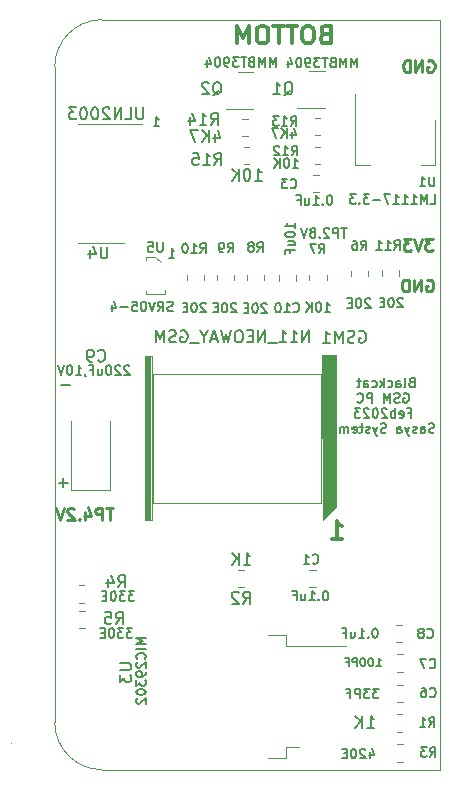
<source format=gbr>
G04 #@! TF.GenerationSoftware,KiCad,Pcbnew,(6.0.7)*
G04 #@! TF.CreationDate,2023-02-15T16:43:35+05:30*
G04 #@! TF.ProjectId,POWER CARD,504f5745-5220-4434-9152-442e6b696361,rev?*
G04 #@! TF.SameCoordinates,Original*
G04 #@! TF.FileFunction,Legend,Bot*
G04 #@! TF.FilePolarity,Positive*
%FSLAX46Y46*%
G04 Gerber Fmt 4.6, Leading zero omitted, Abs format (unit mm)*
G04 Created by KiCad (PCBNEW (6.0.7)) date 2023-02-15 16:43:35*
%MOMM*%
%LPD*%
G01*
G04 APERTURE LIST*
%ADD10C,0.200000*%
G04 #@! TA.AperFunction,Profile*
%ADD11C,0.100000*%
G04 #@! TD*
%ADD12C,0.300000*%
%ADD13C,0.250000*%
%ADD14C,0.150000*%
%ADD15C,0.120000*%
G04 APERTURE END LIST*
D10*
X95254470Y-84499638D02*
X95711613Y-84499638D01*
X95483042Y-84499638D02*
X95483042Y-83699638D01*
X95559232Y-83813924D01*
X95635422Y-83890114D01*
X95711613Y-83928210D01*
D11*
X85582966Y-123837734D02*
G75*
G03*
X89583042Y-127837734I4000034J34D01*
G01*
X85583042Y-68337734D02*
X85583042Y-123837734D01*
X118166574Y-127837734D02*
X118166574Y-64337734D01*
X89583042Y-127837734D02*
X118166574Y-127837734D01*
X118166574Y-64337734D02*
X89583042Y-64337734D01*
X89583042Y-64337732D02*
G75*
G03*
X85583042Y-68337734I-2J-3999998D01*
G01*
X81906894Y-125643083D02*
G75*
G03*
X81906894Y-125643083I-1J0D01*
G01*
D12*
X108457327Y-65570591D02*
X108243042Y-65642019D01*
X108171613Y-65713448D01*
X108100184Y-65856305D01*
X108100184Y-66070591D01*
X108171613Y-66213448D01*
X108243042Y-66284876D01*
X108385899Y-66356305D01*
X108957327Y-66356305D01*
X108957327Y-64856305D01*
X108457327Y-64856305D01*
X108314470Y-64927734D01*
X108243042Y-64999162D01*
X108171613Y-65142019D01*
X108171613Y-65284876D01*
X108243042Y-65427734D01*
X108314470Y-65499162D01*
X108457327Y-65570591D01*
X108957327Y-65570591D01*
X107171613Y-64856305D02*
X106885899Y-64856305D01*
X106743042Y-64927734D01*
X106600184Y-65070591D01*
X106528756Y-65356305D01*
X106528756Y-65856305D01*
X106600184Y-66142019D01*
X106743042Y-66284876D01*
X106885899Y-66356305D01*
X107171613Y-66356305D01*
X107314470Y-66284876D01*
X107457327Y-66142019D01*
X107528756Y-65856305D01*
X107528756Y-65356305D01*
X107457327Y-65070591D01*
X107314470Y-64927734D01*
X107171613Y-64856305D01*
X106100184Y-64856305D02*
X105243042Y-64856305D01*
X105671613Y-66356305D02*
X105671613Y-64856305D01*
X104957327Y-64856305D02*
X104100184Y-64856305D01*
X104528756Y-66356305D02*
X104528756Y-64856305D01*
X103314470Y-64856305D02*
X103028756Y-64856305D01*
X102885899Y-64927734D01*
X102743042Y-65070591D01*
X102671613Y-65356305D01*
X102671613Y-65856305D01*
X102743042Y-66142019D01*
X102885899Y-66284876D01*
X103028756Y-66356305D01*
X103314470Y-66356305D01*
X103457327Y-66284876D01*
X103600184Y-66142019D01*
X103671613Y-65856305D01*
X103671613Y-65356305D01*
X103600184Y-65070591D01*
X103457327Y-64927734D01*
X103314470Y-64856305D01*
X102028756Y-66356305D02*
X102028756Y-64856305D01*
X101528756Y-65927734D01*
X101028756Y-64856305D01*
X101028756Y-66356305D01*
D10*
X115802089Y-95048591D02*
X115687803Y-95086686D01*
X115649708Y-95124781D01*
X115611613Y-95200972D01*
X115611613Y-95315257D01*
X115649708Y-95391448D01*
X115687803Y-95429543D01*
X115763994Y-95467638D01*
X116068756Y-95467638D01*
X116068756Y-94667638D01*
X115802089Y-94667638D01*
X115725899Y-94705734D01*
X115687803Y-94743829D01*
X115649708Y-94820019D01*
X115649708Y-94896210D01*
X115687803Y-94972400D01*
X115725899Y-95010495D01*
X115802089Y-95048591D01*
X116068756Y-95048591D01*
X115154470Y-95467638D02*
X115230661Y-95429543D01*
X115268756Y-95353353D01*
X115268756Y-94667638D01*
X114506851Y-95467638D02*
X114506851Y-95048591D01*
X114544946Y-94972400D01*
X114621137Y-94934305D01*
X114773518Y-94934305D01*
X114849708Y-94972400D01*
X114506851Y-95429543D02*
X114583042Y-95467638D01*
X114773518Y-95467638D01*
X114849708Y-95429543D01*
X114887803Y-95353353D01*
X114887803Y-95277162D01*
X114849708Y-95200972D01*
X114773518Y-95162876D01*
X114583042Y-95162876D01*
X114506851Y-95124781D01*
X113783042Y-95429543D02*
X113859232Y-95467638D01*
X114011613Y-95467638D01*
X114087803Y-95429543D01*
X114125899Y-95391448D01*
X114163994Y-95315257D01*
X114163994Y-95086686D01*
X114125899Y-95010495D01*
X114087803Y-94972400D01*
X114011613Y-94934305D01*
X113859232Y-94934305D01*
X113783042Y-94972400D01*
X113440184Y-95467638D02*
X113440184Y-94667638D01*
X113363994Y-95162876D02*
X113135422Y-95467638D01*
X113135422Y-94934305D02*
X113440184Y-95239067D01*
X112449708Y-95429543D02*
X112525899Y-95467638D01*
X112678280Y-95467638D01*
X112754470Y-95429543D01*
X112792565Y-95391448D01*
X112830661Y-95315257D01*
X112830661Y-95086686D01*
X112792565Y-95010495D01*
X112754470Y-94972400D01*
X112678280Y-94934305D01*
X112525899Y-94934305D01*
X112449708Y-94972400D01*
X111763994Y-95467638D02*
X111763994Y-95048591D01*
X111802089Y-94972400D01*
X111878280Y-94934305D01*
X112030661Y-94934305D01*
X112106851Y-94972400D01*
X111763994Y-95429543D02*
X111840184Y-95467638D01*
X112030661Y-95467638D01*
X112106851Y-95429543D01*
X112144946Y-95353353D01*
X112144946Y-95277162D01*
X112106851Y-95200972D01*
X112030661Y-95162876D01*
X111840184Y-95162876D01*
X111763994Y-95124781D01*
X111497327Y-94934305D02*
X111192565Y-94934305D01*
X111383042Y-94667638D02*
X111383042Y-95353353D01*
X111344946Y-95429543D01*
X111268756Y-95467638D01*
X111192565Y-95467638D01*
X115116375Y-95993734D02*
X115192565Y-95955638D01*
X115306851Y-95955638D01*
X115421137Y-95993734D01*
X115497327Y-96069924D01*
X115535422Y-96146114D01*
X115573518Y-96298495D01*
X115573518Y-96412781D01*
X115535422Y-96565162D01*
X115497327Y-96641353D01*
X115421137Y-96717543D01*
X115306851Y-96755638D01*
X115230661Y-96755638D01*
X115116375Y-96717543D01*
X115078280Y-96679448D01*
X115078280Y-96412781D01*
X115230661Y-96412781D01*
X114773518Y-96717543D02*
X114659232Y-96755638D01*
X114468756Y-96755638D01*
X114392565Y-96717543D01*
X114354470Y-96679448D01*
X114316375Y-96603257D01*
X114316375Y-96527067D01*
X114354470Y-96450876D01*
X114392565Y-96412781D01*
X114468756Y-96374686D01*
X114621137Y-96336591D01*
X114697327Y-96298495D01*
X114735422Y-96260400D01*
X114773518Y-96184210D01*
X114773518Y-96108019D01*
X114735422Y-96031829D01*
X114697327Y-95993734D01*
X114621137Y-95955638D01*
X114430661Y-95955638D01*
X114316375Y-95993734D01*
X113973518Y-96755638D02*
X113973518Y-95955638D01*
X113706851Y-96527067D01*
X113440184Y-95955638D01*
X113440184Y-96755638D01*
X112449708Y-96755638D02*
X112449708Y-95955638D01*
X112144946Y-95955638D01*
X112068756Y-95993734D01*
X112030661Y-96031829D01*
X111992565Y-96108019D01*
X111992565Y-96222305D01*
X112030661Y-96298495D01*
X112068756Y-96336591D01*
X112144946Y-96374686D01*
X112449708Y-96374686D01*
X111192565Y-96679448D02*
X111230661Y-96717543D01*
X111344946Y-96755638D01*
X111421137Y-96755638D01*
X111535422Y-96717543D01*
X111611613Y-96641353D01*
X111649708Y-96565162D01*
X111687803Y-96412781D01*
X111687803Y-96298495D01*
X111649708Y-96146114D01*
X111611613Y-96069924D01*
X111535422Y-95993734D01*
X111421137Y-95955638D01*
X111344946Y-95955638D01*
X111230661Y-95993734D01*
X111192565Y-96031829D01*
X115497327Y-97624591D02*
X115763994Y-97624591D01*
X115763994Y-98043638D02*
X115763994Y-97243638D01*
X115383042Y-97243638D01*
X114773518Y-98005543D02*
X114849708Y-98043638D01*
X115002089Y-98043638D01*
X115078280Y-98005543D01*
X115116375Y-97929353D01*
X115116375Y-97624591D01*
X115078280Y-97548400D01*
X115002089Y-97510305D01*
X114849708Y-97510305D01*
X114773518Y-97548400D01*
X114735422Y-97624591D01*
X114735422Y-97700781D01*
X115116375Y-97776972D01*
X114392565Y-98043638D02*
X114392565Y-97243638D01*
X114392565Y-97548400D02*
X114316375Y-97510305D01*
X114163994Y-97510305D01*
X114087803Y-97548400D01*
X114049708Y-97586495D01*
X114011613Y-97662686D01*
X114011613Y-97891257D01*
X114049708Y-97967448D01*
X114087803Y-98005543D01*
X114163994Y-98043638D01*
X114316375Y-98043638D01*
X114392565Y-98005543D01*
X113706851Y-97319829D02*
X113668756Y-97281734D01*
X113592565Y-97243638D01*
X113402089Y-97243638D01*
X113325899Y-97281734D01*
X113287803Y-97319829D01*
X113249708Y-97396019D01*
X113249708Y-97472210D01*
X113287803Y-97586495D01*
X113744946Y-98043638D01*
X113249708Y-98043638D01*
X112754470Y-97243638D02*
X112678280Y-97243638D01*
X112602089Y-97281734D01*
X112563994Y-97319829D01*
X112525899Y-97396019D01*
X112487803Y-97548400D01*
X112487803Y-97738876D01*
X112525899Y-97891257D01*
X112563994Y-97967448D01*
X112602089Y-98005543D01*
X112678280Y-98043638D01*
X112754470Y-98043638D01*
X112830661Y-98005543D01*
X112868756Y-97967448D01*
X112906851Y-97891257D01*
X112944946Y-97738876D01*
X112944946Y-97548400D01*
X112906851Y-97396019D01*
X112868756Y-97319829D01*
X112830661Y-97281734D01*
X112754470Y-97243638D01*
X112183042Y-97319829D02*
X112144946Y-97281734D01*
X112068756Y-97243638D01*
X111878280Y-97243638D01*
X111802089Y-97281734D01*
X111763994Y-97319829D01*
X111725899Y-97396019D01*
X111725899Y-97472210D01*
X111763994Y-97586495D01*
X112221137Y-98043638D01*
X111725899Y-98043638D01*
X111459232Y-97243638D02*
X110963994Y-97243638D01*
X111230661Y-97548400D01*
X111116375Y-97548400D01*
X111040184Y-97586495D01*
X111002089Y-97624591D01*
X110963994Y-97700781D01*
X110963994Y-97891257D01*
X111002089Y-97967448D01*
X111040184Y-98005543D01*
X111116375Y-98043638D01*
X111344946Y-98043638D01*
X111421137Y-98005543D01*
X111459232Y-97967448D01*
X117706851Y-99293543D02*
X117592565Y-99331638D01*
X117402089Y-99331638D01*
X117325899Y-99293543D01*
X117287803Y-99255448D01*
X117249708Y-99179257D01*
X117249708Y-99103067D01*
X117287803Y-99026876D01*
X117325899Y-98988781D01*
X117402089Y-98950686D01*
X117554470Y-98912591D01*
X117630661Y-98874495D01*
X117668756Y-98836400D01*
X117706851Y-98760210D01*
X117706851Y-98684019D01*
X117668756Y-98607829D01*
X117630661Y-98569734D01*
X117554470Y-98531638D01*
X117363994Y-98531638D01*
X117249708Y-98569734D01*
X116563994Y-99331638D02*
X116563994Y-98912591D01*
X116602089Y-98836400D01*
X116678280Y-98798305D01*
X116830661Y-98798305D01*
X116906851Y-98836400D01*
X116563994Y-99293543D02*
X116640184Y-99331638D01*
X116830661Y-99331638D01*
X116906851Y-99293543D01*
X116944946Y-99217353D01*
X116944946Y-99141162D01*
X116906851Y-99064972D01*
X116830661Y-99026876D01*
X116640184Y-99026876D01*
X116563994Y-98988781D01*
X116221137Y-99293543D02*
X116144946Y-99331638D01*
X115992565Y-99331638D01*
X115916375Y-99293543D01*
X115878280Y-99217353D01*
X115878280Y-99179257D01*
X115916375Y-99103067D01*
X115992565Y-99064972D01*
X116106851Y-99064972D01*
X116183042Y-99026876D01*
X116221137Y-98950686D01*
X116221137Y-98912591D01*
X116183042Y-98836400D01*
X116106851Y-98798305D01*
X115992565Y-98798305D01*
X115916375Y-98836400D01*
X115611613Y-98798305D02*
X115421137Y-99331638D01*
X115230661Y-98798305D02*
X115421137Y-99331638D01*
X115497327Y-99522114D01*
X115535422Y-99560210D01*
X115611613Y-99598305D01*
X114583042Y-99331638D02*
X114583042Y-98912591D01*
X114621137Y-98836400D01*
X114697327Y-98798305D01*
X114849708Y-98798305D01*
X114925899Y-98836400D01*
X114583042Y-99293543D02*
X114659232Y-99331638D01*
X114849708Y-99331638D01*
X114925899Y-99293543D01*
X114963994Y-99217353D01*
X114963994Y-99141162D01*
X114925899Y-99064972D01*
X114849708Y-99026876D01*
X114659232Y-99026876D01*
X114583042Y-98988781D01*
X113630661Y-99293543D02*
X113516375Y-99331638D01*
X113325899Y-99331638D01*
X113249708Y-99293543D01*
X113211613Y-99255448D01*
X113173518Y-99179257D01*
X113173518Y-99103067D01*
X113211613Y-99026876D01*
X113249708Y-98988781D01*
X113325899Y-98950686D01*
X113478280Y-98912591D01*
X113554470Y-98874495D01*
X113592565Y-98836400D01*
X113630661Y-98760210D01*
X113630661Y-98684019D01*
X113592565Y-98607829D01*
X113554470Y-98569734D01*
X113478280Y-98531638D01*
X113287803Y-98531638D01*
X113173518Y-98569734D01*
X112906851Y-98798305D02*
X112716375Y-99331638D01*
X112525899Y-98798305D02*
X112716375Y-99331638D01*
X112792565Y-99522114D01*
X112830661Y-99560210D01*
X112906851Y-99598305D01*
X112259232Y-99293543D02*
X112183042Y-99331638D01*
X112030661Y-99331638D01*
X111954470Y-99293543D01*
X111916375Y-99217353D01*
X111916375Y-99179257D01*
X111954470Y-99103067D01*
X112030661Y-99064972D01*
X112144946Y-99064972D01*
X112221137Y-99026876D01*
X112259232Y-98950686D01*
X112259232Y-98912591D01*
X112221137Y-98836400D01*
X112144946Y-98798305D01*
X112030661Y-98798305D01*
X111954470Y-98836400D01*
X111687803Y-98798305D02*
X111383042Y-98798305D01*
X111573518Y-98531638D02*
X111573518Y-99217353D01*
X111535422Y-99293543D01*
X111459232Y-99331638D01*
X111383042Y-99331638D01*
X110811613Y-99293543D02*
X110887803Y-99331638D01*
X111040184Y-99331638D01*
X111116375Y-99293543D01*
X111154470Y-99217353D01*
X111154470Y-98912591D01*
X111116375Y-98836400D01*
X111040184Y-98798305D01*
X110887803Y-98798305D01*
X110811613Y-98836400D01*
X110773518Y-98912591D01*
X110773518Y-98988781D01*
X111154470Y-99064972D01*
X110430661Y-99331638D02*
X110430661Y-98798305D01*
X110430661Y-98874495D02*
X110392565Y-98836400D01*
X110316375Y-98798305D01*
X110202089Y-98798305D01*
X110125899Y-98836400D01*
X110087803Y-98912591D01*
X110087803Y-99331638D01*
X110087803Y-98912591D02*
X110049708Y-98836400D01*
X109973518Y-98798305D01*
X109859232Y-98798305D01*
X109783042Y-98836400D01*
X109744946Y-98912591D01*
X109744946Y-99331638D01*
X109402089Y-99293543D02*
X109325899Y-99331638D01*
X109173518Y-99331638D01*
X109097327Y-99293543D01*
X109059232Y-99217353D01*
X109059232Y-99179257D01*
X109097327Y-99103067D01*
X109173518Y-99064972D01*
X109287803Y-99064972D01*
X109363994Y-99026876D01*
X109402089Y-98950686D01*
X109402089Y-98912591D01*
X109363994Y-98836400D01*
X109287803Y-98798305D01*
X109173518Y-98798305D01*
X109097327Y-98836400D01*
X86863994Y-95266305D02*
X86102089Y-95266305D01*
X93954470Y-73369638D02*
X94411613Y-73369638D01*
X94183042Y-73369638D02*
X94183042Y-72569638D01*
X94259232Y-72683924D01*
X94335422Y-72760114D01*
X94411613Y-72798210D01*
D13*
X90507803Y-105690114D02*
X89936375Y-105690114D01*
X90222089Y-106690114D02*
X90222089Y-105690114D01*
X89603042Y-106690114D02*
X89603042Y-105690114D01*
X89222089Y-105690114D01*
X89126851Y-105737734D01*
X89079232Y-105785353D01*
X89031613Y-105880591D01*
X89031613Y-106023448D01*
X89079232Y-106118686D01*
X89126851Y-106166305D01*
X89222089Y-106213924D01*
X89603042Y-106213924D01*
X88174470Y-106023448D02*
X88174470Y-106690114D01*
X88412565Y-105642495D02*
X88650661Y-106356781D01*
X88031613Y-106356781D01*
X87650661Y-106594876D02*
X87603042Y-106642495D01*
X87650661Y-106690114D01*
X87698280Y-106642495D01*
X87650661Y-106594876D01*
X87650661Y-106690114D01*
X87222089Y-105785353D02*
X87174470Y-105737734D01*
X87079232Y-105690114D01*
X86841137Y-105690114D01*
X86745899Y-105737734D01*
X86698280Y-105785353D01*
X86650661Y-105880591D01*
X86650661Y-105975829D01*
X86698280Y-106118686D01*
X87269708Y-106690114D01*
X86650661Y-106690114D01*
X86364946Y-105690114D02*
X86031613Y-106690114D01*
X85698280Y-105690114D01*
X117571137Y-82900114D02*
X116952089Y-82900114D01*
X117285422Y-83281067D01*
X117142565Y-83281067D01*
X117047327Y-83328686D01*
X116999708Y-83376305D01*
X116952089Y-83471543D01*
X116952089Y-83709638D01*
X116999708Y-83804876D01*
X117047327Y-83852495D01*
X117142565Y-83900114D01*
X117428280Y-83900114D01*
X117523518Y-83852495D01*
X117571137Y-83804876D01*
X116666375Y-82900114D02*
X116333042Y-83900114D01*
X115999708Y-82900114D01*
X115761613Y-82900114D02*
X115142565Y-82900114D01*
X115475899Y-83281067D01*
X115333042Y-83281067D01*
X115237803Y-83328686D01*
X115190184Y-83376305D01*
X115142565Y-83471543D01*
X115142565Y-83709638D01*
X115190184Y-83804876D01*
X115237803Y-83852495D01*
X115333042Y-83900114D01*
X115618756Y-83900114D01*
X115713994Y-83852495D01*
X115761613Y-83804876D01*
D10*
X110286851Y-81999638D02*
X109829708Y-81999638D01*
X110058280Y-82799638D02*
X110058280Y-81999638D01*
X109563042Y-82799638D02*
X109563042Y-81999638D01*
X109258280Y-81999638D01*
X109182089Y-82037734D01*
X109143994Y-82075829D01*
X109105899Y-82152019D01*
X109105899Y-82266305D01*
X109143994Y-82342495D01*
X109182089Y-82380591D01*
X109258280Y-82418686D01*
X109563042Y-82418686D01*
X108801137Y-82075829D02*
X108763042Y-82037734D01*
X108686851Y-81999638D01*
X108496375Y-81999638D01*
X108420184Y-82037734D01*
X108382089Y-82075829D01*
X108343994Y-82152019D01*
X108343994Y-82228210D01*
X108382089Y-82342495D01*
X108839232Y-82799638D01*
X108343994Y-82799638D01*
X108001137Y-82723448D02*
X107963042Y-82761543D01*
X108001137Y-82799638D01*
X108039232Y-82761543D01*
X108001137Y-82723448D01*
X108001137Y-82799638D01*
X107505899Y-82342495D02*
X107582089Y-82304400D01*
X107620184Y-82266305D01*
X107658280Y-82190114D01*
X107658280Y-82152019D01*
X107620184Y-82075829D01*
X107582089Y-82037734D01*
X107505899Y-81999638D01*
X107353518Y-81999638D01*
X107277327Y-82037734D01*
X107239232Y-82075829D01*
X107201137Y-82152019D01*
X107201137Y-82190114D01*
X107239232Y-82266305D01*
X107277327Y-82304400D01*
X107353518Y-82342495D01*
X107505899Y-82342495D01*
X107582089Y-82380591D01*
X107620184Y-82418686D01*
X107658280Y-82494876D01*
X107658280Y-82647257D01*
X107620184Y-82723448D01*
X107582089Y-82761543D01*
X107505899Y-82799638D01*
X107353518Y-82799638D01*
X107277327Y-82761543D01*
X107239232Y-82723448D01*
X107201137Y-82647257D01*
X107201137Y-82494876D01*
X107239232Y-82418686D01*
X107277327Y-82380591D01*
X107353518Y-82342495D01*
X106972565Y-81999638D02*
X106705899Y-82799638D01*
X106439232Y-81999638D01*
D13*
X117164946Y-67827734D02*
X117260184Y-67780114D01*
X117403042Y-67780114D01*
X117545899Y-67827734D01*
X117641137Y-67922972D01*
X117688756Y-68018210D01*
X117736375Y-68208686D01*
X117736375Y-68351543D01*
X117688756Y-68542019D01*
X117641137Y-68637257D01*
X117545899Y-68732495D01*
X117403042Y-68780114D01*
X117307803Y-68780114D01*
X117164946Y-68732495D01*
X117117327Y-68684876D01*
X117117327Y-68351543D01*
X117307803Y-68351543D01*
X116688756Y-68780114D02*
X116688756Y-67780114D01*
X116117327Y-68780114D01*
X116117327Y-67780114D01*
X115641137Y-68780114D02*
X115641137Y-67780114D01*
X115403042Y-67780114D01*
X115260184Y-67827734D01*
X115164946Y-67922972D01*
X115117327Y-68018210D01*
X115069708Y-68208686D01*
X115069708Y-68351543D01*
X115117327Y-68542019D01*
X115164946Y-68637257D01*
X115260184Y-68732495D01*
X115403042Y-68780114D01*
X115641137Y-68780114D01*
X117064946Y-86397734D02*
X117160184Y-86350114D01*
X117303042Y-86350114D01*
X117445899Y-86397734D01*
X117541137Y-86492972D01*
X117588756Y-86588210D01*
X117636375Y-86778686D01*
X117636375Y-86921543D01*
X117588756Y-87112019D01*
X117541137Y-87207257D01*
X117445899Y-87302495D01*
X117303042Y-87350114D01*
X117207803Y-87350114D01*
X117064946Y-87302495D01*
X117017327Y-87254876D01*
X117017327Y-86921543D01*
X117207803Y-86921543D01*
X116588756Y-87350114D02*
X116588756Y-86350114D01*
X116017327Y-87350114D01*
X116017327Y-86350114D01*
X115541137Y-87350114D02*
X115541137Y-86350114D01*
X115303042Y-86350114D01*
X115160184Y-86397734D01*
X115064946Y-86492972D01*
X115017327Y-86588210D01*
X114969708Y-86778686D01*
X114969708Y-86921543D01*
X115017327Y-87112019D01*
X115064946Y-87207257D01*
X115160184Y-87302495D01*
X115303042Y-87350114D01*
X115541137Y-87350114D01*
D12*
X109024470Y-108296305D02*
X109881613Y-108296305D01*
X109453042Y-108296305D02*
X109453042Y-106796305D01*
X109595899Y-107010591D01*
X109738756Y-107153448D01*
X109881613Y-107224876D01*
D14*
X98958280Y-70735353D02*
X99053518Y-70687734D01*
X99148756Y-70592495D01*
X99291613Y-70449638D01*
X99386851Y-70402019D01*
X99482089Y-70402019D01*
X99434470Y-70640114D02*
X99529708Y-70592495D01*
X99624946Y-70497257D01*
X99672565Y-70306781D01*
X99672565Y-69973448D01*
X99624946Y-69782972D01*
X99529708Y-69687734D01*
X99434470Y-69640114D01*
X99243994Y-69640114D01*
X99148756Y-69687734D01*
X99053518Y-69782972D01*
X99005899Y-69973448D01*
X99005899Y-70306781D01*
X99053518Y-70497257D01*
X99148756Y-70592495D01*
X99243994Y-70640114D01*
X99434470Y-70640114D01*
X98624946Y-69735353D02*
X98577327Y-69687734D01*
X98482089Y-69640114D01*
X98243994Y-69640114D01*
X98148756Y-69687734D01*
X98101137Y-69735353D01*
X98053518Y-69830591D01*
X98053518Y-69925829D01*
X98101137Y-70068686D01*
X98672565Y-70640114D01*
X98053518Y-70640114D01*
X104315422Y-68319638D02*
X104315422Y-67519638D01*
X104048756Y-68091067D01*
X103782089Y-67519638D01*
X103782089Y-68319638D01*
X103401137Y-68319638D02*
X103401137Y-67519638D01*
X103134470Y-68091067D01*
X102867803Y-67519638D01*
X102867803Y-68319638D01*
X102220184Y-67900591D02*
X102105899Y-67938686D01*
X102067803Y-67976781D01*
X102029708Y-68052972D01*
X102029708Y-68167257D01*
X102067803Y-68243448D01*
X102105899Y-68281543D01*
X102182089Y-68319638D01*
X102486851Y-68319638D01*
X102486851Y-67519638D01*
X102220184Y-67519638D01*
X102143994Y-67557734D01*
X102105899Y-67595829D01*
X102067803Y-67672019D01*
X102067803Y-67748210D01*
X102105899Y-67824400D01*
X102143994Y-67862495D01*
X102220184Y-67900591D01*
X102486851Y-67900591D01*
X101801137Y-67519638D02*
X101343994Y-67519638D01*
X101572565Y-68319638D02*
X101572565Y-67519638D01*
X101153518Y-67519638D02*
X100658280Y-67519638D01*
X100924946Y-67824400D01*
X100810661Y-67824400D01*
X100734470Y-67862495D01*
X100696375Y-67900591D01*
X100658280Y-67976781D01*
X100658280Y-68167257D01*
X100696375Y-68243448D01*
X100734470Y-68281543D01*
X100810661Y-68319638D01*
X101039232Y-68319638D01*
X101115422Y-68281543D01*
X101153518Y-68243448D01*
X100277327Y-68319638D02*
X100124946Y-68319638D01*
X100048756Y-68281543D01*
X100010661Y-68243448D01*
X99934470Y-68129162D01*
X99896375Y-67976781D01*
X99896375Y-67672019D01*
X99934470Y-67595829D01*
X99972565Y-67557734D01*
X100048756Y-67519638D01*
X100201137Y-67519638D01*
X100277327Y-67557734D01*
X100315422Y-67595829D01*
X100353518Y-67672019D01*
X100353518Y-67862495D01*
X100315422Y-67938686D01*
X100277327Y-67976781D01*
X100201137Y-68014876D01*
X100048756Y-68014876D01*
X99972565Y-67976781D01*
X99934470Y-67938686D01*
X99896375Y-67862495D01*
X99401137Y-67519638D02*
X99324946Y-67519638D01*
X99248756Y-67557734D01*
X99210661Y-67595829D01*
X99172565Y-67672019D01*
X99134470Y-67824400D01*
X99134470Y-68014876D01*
X99172565Y-68167257D01*
X99210661Y-68243448D01*
X99248756Y-68281543D01*
X99324946Y-68319638D01*
X99401137Y-68319638D01*
X99477327Y-68281543D01*
X99515422Y-68243448D01*
X99553518Y-68167257D01*
X99591613Y-68014876D01*
X99591613Y-67824400D01*
X99553518Y-67672019D01*
X99515422Y-67595829D01*
X99477327Y-67557734D01*
X99401137Y-67519638D01*
X98448756Y-67786305D02*
X98448756Y-68319638D01*
X98639232Y-67481543D02*
X98829708Y-68052972D01*
X98334470Y-68052972D01*
X101532013Y-113780613D02*
X101865347Y-113304423D01*
X102103442Y-113780613D02*
X102103442Y-112780613D01*
X101722489Y-112780613D01*
X101627251Y-112828233D01*
X101579632Y-112875852D01*
X101532013Y-112971090D01*
X101532013Y-113113947D01*
X101579632Y-113209185D01*
X101627251Y-113256804D01*
X101722489Y-113304423D01*
X102103442Y-113304423D01*
X101151061Y-112875852D02*
X101103442Y-112828233D01*
X101008204Y-112780613D01*
X100770108Y-112780613D01*
X100674870Y-112828233D01*
X100627251Y-112875852D01*
X100579632Y-112971090D01*
X100579632Y-113066328D01*
X100627251Y-113209185D01*
X101198680Y-113780613D01*
X100579632Y-113780613D01*
X101579632Y-110480613D02*
X102151061Y-110480613D01*
X101865347Y-110480613D02*
X101865347Y-109480613D01*
X101960585Y-109623471D01*
X102055823Y-109718709D01*
X102151061Y-109766328D01*
X101151061Y-110480613D02*
X101151061Y-109480613D01*
X100579632Y-110480613D02*
X101008204Y-109909185D01*
X100579632Y-109480613D02*
X101151061Y-110052042D01*
X105787327Y-89053448D02*
X105825422Y-89091543D01*
X105939708Y-89129638D01*
X106015899Y-89129638D01*
X106130184Y-89091543D01*
X106206375Y-89015353D01*
X106244470Y-88939162D01*
X106282565Y-88786781D01*
X106282565Y-88672495D01*
X106244470Y-88520114D01*
X106206375Y-88443924D01*
X106130184Y-88367734D01*
X106015899Y-88329638D01*
X105939708Y-88329638D01*
X105825422Y-88367734D01*
X105787327Y-88405829D01*
X105025422Y-89129638D02*
X105482565Y-89129638D01*
X105253994Y-89129638D02*
X105253994Y-88329638D01*
X105330184Y-88443924D01*
X105406375Y-88520114D01*
X105482565Y-88558210D01*
X104530184Y-88329638D02*
X104453994Y-88329638D01*
X104377803Y-88367734D01*
X104339708Y-88405829D01*
X104301613Y-88482019D01*
X104263518Y-88634400D01*
X104263518Y-88824876D01*
X104301613Y-88977257D01*
X104339708Y-89053448D01*
X104377803Y-89091543D01*
X104453994Y-89129638D01*
X104530184Y-89129638D01*
X104606375Y-89091543D01*
X104644470Y-89053448D01*
X104682565Y-88977257D01*
X104720661Y-88824876D01*
X104720661Y-88634400D01*
X104682565Y-88482019D01*
X104644470Y-88405829D01*
X104606375Y-88367734D01*
X104530184Y-88329638D01*
X105894946Y-82000591D02*
X105894946Y-81543448D01*
X105894946Y-81772019D02*
X105094946Y-81772019D01*
X105209232Y-81695829D01*
X105285422Y-81619638D01*
X105323518Y-81543448D01*
X105094946Y-82495829D02*
X105094946Y-82572019D01*
X105133042Y-82648210D01*
X105171137Y-82686305D01*
X105247327Y-82724400D01*
X105399708Y-82762495D01*
X105590184Y-82762495D01*
X105742565Y-82724400D01*
X105818756Y-82686305D01*
X105856851Y-82648210D01*
X105894946Y-82572019D01*
X105894946Y-82495829D01*
X105856851Y-82419638D01*
X105818756Y-82381543D01*
X105742565Y-82343448D01*
X105590184Y-82305353D01*
X105399708Y-82305353D01*
X105247327Y-82343448D01*
X105171137Y-82381543D01*
X105133042Y-82419638D01*
X105094946Y-82495829D01*
X105361613Y-83448210D02*
X105894946Y-83448210D01*
X105361613Y-83105353D02*
X105780661Y-83105353D01*
X105856851Y-83143448D01*
X105894946Y-83219638D01*
X105894946Y-83333924D01*
X105856851Y-83410114D01*
X105818756Y-83448210D01*
X105475899Y-84095829D02*
X105475899Y-83829162D01*
X105894946Y-83829162D02*
X105094946Y-83829162D01*
X105094946Y-84210114D01*
X99105899Y-76640114D02*
X99439232Y-76163924D01*
X99677327Y-76640114D02*
X99677327Y-75640114D01*
X99296375Y-75640114D01*
X99201137Y-75687734D01*
X99153518Y-75735353D01*
X99105899Y-75830591D01*
X99105899Y-75973448D01*
X99153518Y-76068686D01*
X99201137Y-76116305D01*
X99296375Y-76163924D01*
X99677327Y-76163924D01*
X98153518Y-76640114D02*
X98724946Y-76640114D01*
X98439232Y-76640114D02*
X98439232Y-75640114D01*
X98534470Y-75782972D01*
X98629708Y-75878210D01*
X98724946Y-75925829D01*
X97248756Y-75640114D02*
X97724946Y-75640114D01*
X97772565Y-76116305D01*
X97724946Y-76068686D01*
X97629708Y-76021067D01*
X97391613Y-76021067D01*
X97296375Y-76068686D01*
X97248756Y-76116305D01*
X97201137Y-76211543D01*
X97201137Y-76449638D01*
X97248756Y-76544876D01*
X97296375Y-76592495D01*
X97391613Y-76640114D01*
X97629708Y-76640114D01*
X97724946Y-76592495D01*
X97772565Y-76544876D01*
X102523518Y-77960114D02*
X103094946Y-77960114D01*
X102809232Y-77960114D02*
X102809232Y-76960114D01*
X102904470Y-77102972D01*
X102999708Y-77198210D01*
X103094946Y-77245829D01*
X101904470Y-76960114D02*
X101809232Y-76960114D01*
X101713994Y-77007734D01*
X101666375Y-77055353D01*
X101618756Y-77150591D01*
X101571137Y-77341067D01*
X101571137Y-77579162D01*
X101618756Y-77769638D01*
X101666375Y-77864876D01*
X101713994Y-77912495D01*
X101809232Y-77960114D01*
X101904470Y-77960114D01*
X101999708Y-77912495D01*
X102047327Y-77864876D01*
X102094946Y-77769638D01*
X102142565Y-77579162D01*
X102142565Y-77341067D01*
X102094946Y-77150591D01*
X102047327Y-77055353D01*
X101999708Y-77007734D01*
X101904470Y-76960114D01*
X101142565Y-77960114D02*
X101142565Y-76960114D01*
X100571137Y-77960114D02*
X100999708Y-77388686D01*
X100571137Y-76960114D02*
X101142565Y-77531543D01*
X107956375Y-84119638D02*
X108223042Y-83738686D01*
X108413518Y-84119638D02*
X108413518Y-83319638D01*
X108108756Y-83319638D01*
X108032565Y-83357734D01*
X107994470Y-83395829D01*
X107956375Y-83472019D01*
X107956375Y-83586305D01*
X107994470Y-83662495D01*
X108032565Y-83700591D01*
X108108756Y-83738686D01*
X108413518Y-83738686D01*
X107689708Y-83319638D02*
X107156375Y-83319638D01*
X107499232Y-84119638D01*
X108445422Y-89079638D02*
X108902565Y-89079638D01*
X108673994Y-89079638D02*
X108673994Y-88279638D01*
X108750184Y-88393924D01*
X108826375Y-88470114D01*
X108902565Y-88508210D01*
X107950184Y-88279638D02*
X107873994Y-88279638D01*
X107797803Y-88317734D01*
X107759708Y-88355829D01*
X107721613Y-88432019D01*
X107683518Y-88584400D01*
X107683518Y-88774876D01*
X107721613Y-88927257D01*
X107759708Y-89003448D01*
X107797803Y-89041543D01*
X107873994Y-89079638D01*
X107950184Y-89079638D01*
X108026375Y-89041543D01*
X108064470Y-89003448D01*
X108102565Y-88927257D01*
X108140661Y-88774876D01*
X108140661Y-88584400D01*
X108102565Y-88432019D01*
X108064470Y-88355829D01*
X108026375Y-88317734D01*
X107950184Y-88279638D01*
X107340661Y-89079638D02*
X107340661Y-88279638D01*
X106883518Y-89079638D02*
X107226375Y-88622495D01*
X106883518Y-88279638D02*
X107340661Y-88736781D01*
X117316375Y-119183448D02*
X117354470Y-119221543D01*
X117468756Y-119259638D01*
X117544946Y-119259638D01*
X117659232Y-119221543D01*
X117735422Y-119145353D01*
X117773518Y-119069162D01*
X117811613Y-118916781D01*
X117811613Y-118802495D01*
X117773518Y-118650114D01*
X117735422Y-118573924D01*
X117659232Y-118497734D01*
X117544946Y-118459638D01*
X117468756Y-118459638D01*
X117354470Y-118497734D01*
X117316375Y-118535829D01*
X117049708Y-118459638D02*
X116516375Y-118459638D01*
X116859232Y-119259638D01*
X112799708Y-119074400D02*
X113199708Y-119074400D01*
X112999708Y-119074400D02*
X112999708Y-118374400D01*
X113066375Y-118474400D01*
X113133042Y-118541067D01*
X113199708Y-118574400D01*
X112366375Y-118374400D02*
X112299708Y-118374400D01*
X112233042Y-118407734D01*
X112199708Y-118441067D01*
X112166375Y-118507734D01*
X112133042Y-118641067D01*
X112133042Y-118807734D01*
X112166375Y-118941067D01*
X112199708Y-119007734D01*
X112233042Y-119041067D01*
X112299708Y-119074400D01*
X112366375Y-119074400D01*
X112433042Y-119041067D01*
X112466375Y-119007734D01*
X112499708Y-118941067D01*
X112533042Y-118807734D01*
X112533042Y-118641067D01*
X112499708Y-118507734D01*
X112466375Y-118441067D01*
X112433042Y-118407734D01*
X112366375Y-118374400D01*
X111699708Y-118374400D02*
X111633042Y-118374400D01*
X111566375Y-118407734D01*
X111533042Y-118441067D01*
X111499708Y-118507734D01*
X111466375Y-118641067D01*
X111466375Y-118807734D01*
X111499708Y-118941067D01*
X111533042Y-119007734D01*
X111566375Y-119041067D01*
X111633042Y-119074400D01*
X111699708Y-119074400D01*
X111766375Y-119041067D01*
X111799708Y-119007734D01*
X111833042Y-118941067D01*
X111866375Y-118807734D01*
X111866375Y-118641067D01*
X111833042Y-118507734D01*
X111799708Y-118441067D01*
X111766375Y-118407734D01*
X111699708Y-118374400D01*
X111166375Y-119074400D02*
X111166375Y-118374400D01*
X110899708Y-118374400D01*
X110833042Y-118407734D01*
X110799708Y-118441067D01*
X110766375Y-118507734D01*
X110766375Y-118607734D01*
X110799708Y-118674400D01*
X110833042Y-118707734D01*
X110899708Y-118741067D01*
X111166375Y-118741067D01*
X110233042Y-118707734D02*
X110466375Y-118707734D01*
X110466375Y-119074400D02*
X110466375Y-118374400D01*
X110133042Y-118374400D01*
X105647327Y-75839638D02*
X105913994Y-75458686D01*
X106104470Y-75839638D02*
X106104470Y-75039638D01*
X105799708Y-75039638D01*
X105723518Y-75077734D01*
X105685422Y-75115829D01*
X105647327Y-75192019D01*
X105647327Y-75306305D01*
X105685422Y-75382495D01*
X105723518Y-75420591D01*
X105799708Y-75458686D01*
X106104470Y-75458686D01*
X104885422Y-75839638D02*
X105342565Y-75839638D01*
X105113994Y-75839638D02*
X105113994Y-75039638D01*
X105190184Y-75153924D01*
X105266375Y-75230114D01*
X105342565Y-75268210D01*
X104580661Y-75115829D02*
X104542565Y-75077734D01*
X104466375Y-75039638D01*
X104275899Y-75039638D01*
X104199708Y-75077734D01*
X104161613Y-75115829D01*
X104123518Y-75192019D01*
X104123518Y-75268210D01*
X104161613Y-75382495D01*
X104618756Y-75839638D01*
X104123518Y-75839638D01*
X105725422Y-76879638D02*
X106182565Y-76879638D01*
X105953994Y-76879638D02*
X105953994Y-76079638D01*
X106030184Y-76193924D01*
X106106375Y-76270114D01*
X106182565Y-76308210D01*
X105230184Y-76079638D02*
X105153994Y-76079638D01*
X105077803Y-76117734D01*
X105039708Y-76155829D01*
X105001613Y-76232019D01*
X104963518Y-76384400D01*
X104963518Y-76574876D01*
X105001613Y-76727257D01*
X105039708Y-76803448D01*
X105077803Y-76841543D01*
X105153994Y-76879638D01*
X105230184Y-76879638D01*
X105306375Y-76841543D01*
X105344470Y-76803448D01*
X105382565Y-76727257D01*
X105420661Y-76574876D01*
X105420661Y-76384400D01*
X105382565Y-76232019D01*
X105344470Y-76155829D01*
X105306375Y-76117734D01*
X105230184Y-76079638D01*
X104620661Y-76879638D02*
X104620661Y-76079638D01*
X104163518Y-76879638D02*
X104506375Y-76422495D01*
X104163518Y-76079638D02*
X104620661Y-76536781D01*
X97917327Y-84089638D02*
X98183994Y-83708686D01*
X98374470Y-84089638D02*
X98374470Y-83289638D01*
X98069708Y-83289638D01*
X97993518Y-83327734D01*
X97955422Y-83365829D01*
X97917327Y-83442019D01*
X97917327Y-83556305D01*
X97955422Y-83632495D01*
X97993518Y-83670591D01*
X98069708Y-83708686D01*
X98374470Y-83708686D01*
X97155422Y-84089638D02*
X97612565Y-84089638D01*
X97383994Y-84089638D02*
X97383994Y-83289638D01*
X97460184Y-83403924D01*
X97536375Y-83480114D01*
X97612565Y-83518210D01*
X96660184Y-83289638D02*
X96583994Y-83289638D01*
X96507803Y-83327734D01*
X96469708Y-83365829D01*
X96431613Y-83442019D01*
X96393518Y-83594400D01*
X96393518Y-83784876D01*
X96431613Y-83937257D01*
X96469708Y-84013448D01*
X96507803Y-84051543D01*
X96583994Y-84089638D01*
X96660184Y-84089638D01*
X96736375Y-84051543D01*
X96774470Y-84013448D01*
X96812565Y-83937257D01*
X96850661Y-83784876D01*
X96850661Y-83594400D01*
X96812565Y-83442019D01*
X96774470Y-83365829D01*
X96736375Y-83327734D01*
X96660184Y-83289638D01*
X98364470Y-88385829D02*
X98326375Y-88347734D01*
X98250184Y-88309638D01*
X98059708Y-88309638D01*
X97983518Y-88347734D01*
X97945422Y-88385829D01*
X97907327Y-88462019D01*
X97907327Y-88538210D01*
X97945422Y-88652495D01*
X98402565Y-89109638D01*
X97907327Y-89109638D01*
X97412089Y-88309638D02*
X97335899Y-88309638D01*
X97259708Y-88347734D01*
X97221613Y-88385829D01*
X97183518Y-88462019D01*
X97145422Y-88614400D01*
X97145422Y-88804876D01*
X97183518Y-88957257D01*
X97221613Y-89033448D01*
X97259708Y-89071543D01*
X97335899Y-89109638D01*
X97412089Y-89109638D01*
X97488280Y-89071543D01*
X97526375Y-89033448D01*
X97564470Y-88957257D01*
X97602565Y-88804876D01*
X97602565Y-88614400D01*
X97564470Y-88462019D01*
X97526375Y-88385829D01*
X97488280Y-88347734D01*
X97412089Y-88309638D01*
X96802565Y-88690591D02*
X96535899Y-88690591D01*
X96421613Y-89109638D02*
X96802565Y-89109638D01*
X96802565Y-88309638D01*
X96421613Y-88309638D01*
X111516375Y-83839638D02*
X111783042Y-83458686D01*
X111973518Y-83839638D02*
X111973518Y-83039638D01*
X111668756Y-83039638D01*
X111592565Y-83077734D01*
X111554470Y-83115829D01*
X111516375Y-83192019D01*
X111516375Y-83306305D01*
X111554470Y-83382495D01*
X111592565Y-83420591D01*
X111668756Y-83458686D01*
X111973518Y-83458686D01*
X110830661Y-83039638D02*
X110983042Y-83039638D01*
X111059232Y-83077734D01*
X111097327Y-83115829D01*
X111173518Y-83230114D01*
X111211613Y-83382495D01*
X111211613Y-83687257D01*
X111173518Y-83763448D01*
X111135422Y-83801543D01*
X111059232Y-83839638D01*
X110906851Y-83839638D01*
X110830661Y-83801543D01*
X110792565Y-83763448D01*
X110754470Y-83687257D01*
X110754470Y-83496781D01*
X110792565Y-83420591D01*
X110830661Y-83382495D01*
X110906851Y-83344400D01*
X111059232Y-83344400D01*
X111135422Y-83382495D01*
X111173518Y-83420591D01*
X111211613Y-83496781D01*
X112294470Y-87995829D02*
X112256375Y-87957734D01*
X112180184Y-87919638D01*
X111989708Y-87919638D01*
X111913518Y-87957734D01*
X111875422Y-87995829D01*
X111837327Y-88072019D01*
X111837327Y-88148210D01*
X111875422Y-88262495D01*
X112332565Y-88719638D01*
X111837327Y-88719638D01*
X111342089Y-87919638D02*
X111265899Y-87919638D01*
X111189708Y-87957734D01*
X111151613Y-87995829D01*
X111113518Y-88072019D01*
X111075422Y-88224400D01*
X111075422Y-88414876D01*
X111113518Y-88567257D01*
X111151613Y-88643448D01*
X111189708Y-88681543D01*
X111265899Y-88719638D01*
X111342089Y-88719638D01*
X111418280Y-88681543D01*
X111456375Y-88643448D01*
X111494470Y-88567257D01*
X111532565Y-88414876D01*
X111532565Y-88224400D01*
X111494470Y-88072019D01*
X111456375Y-87995829D01*
X111418280Y-87957734D01*
X111342089Y-87919638D01*
X110732565Y-88300591D02*
X110465899Y-88300591D01*
X110351613Y-88719638D02*
X110732565Y-88719638D01*
X110732565Y-87919638D01*
X110351613Y-87919638D01*
X102746375Y-83999638D02*
X103013042Y-83618686D01*
X103203518Y-83999638D02*
X103203518Y-83199638D01*
X102898756Y-83199638D01*
X102822565Y-83237734D01*
X102784470Y-83275829D01*
X102746375Y-83352019D01*
X102746375Y-83466305D01*
X102784470Y-83542495D01*
X102822565Y-83580591D01*
X102898756Y-83618686D01*
X103203518Y-83618686D01*
X102289232Y-83542495D02*
X102365422Y-83504400D01*
X102403518Y-83466305D01*
X102441613Y-83390114D01*
X102441613Y-83352019D01*
X102403518Y-83275829D01*
X102365422Y-83237734D01*
X102289232Y-83199638D01*
X102136851Y-83199638D01*
X102060661Y-83237734D01*
X102022565Y-83275829D01*
X101984470Y-83352019D01*
X101984470Y-83390114D01*
X102022565Y-83466305D01*
X102060661Y-83504400D01*
X102136851Y-83542495D01*
X102289232Y-83542495D01*
X102365422Y-83580591D01*
X102403518Y-83618686D01*
X102441613Y-83694876D01*
X102441613Y-83847257D01*
X102403518Y-83923448D01*
X102365422Y-83961543D01*
X102289232Y-83999638D01*
X102136851Y-83999638D01*
X102060661Y-83961543D01*
X102022565Y-83923448D01*
X101984470Y-83847257D01*
X101984470Y-83694876D01*
X102022565Y-83618686D01*
X102060661Y-83580591D01*
X102136851Y-83542495D01*
X103544470Y-88435829D02*
X103506375Y-88397734D01*
X103430184Y-88359638D01*
X103239708Y-88359638D01*
X103163518Y-88397734D01*
X103125422Y-88435829D01*
X103087327Y-88512019D01*
X103087327Y-88588210D01*
X103125422Y-88702495D01*
X103582565Y-89159638D01*
X103087327Y-89159638D01*
X102592089Y-88359638D02*
X102515899Y-88359638D01*
X102439708Y-88397734D01*
X102401613Y-88435829D01*
X102363518Y-88512019D01*
X102325422Y-88664400D01*
X102325422Y-88854876D01*
X102363518Y-89007257D01*
X102401613Y-89083448D01*
X102439708Y-89121543D01*
X102515899Y-89159638D01*
X102592089Y-89159638D01*
X102668280Y-89121543D01*
X102706375Y-89083448D01*
X102744470Y-89007257D01*
X102782565Y-88854876D01*
X102782565Y-88664400D01*
X102744470Y-88512019D01*
X102706375Y-88435829D01*
X102668280Y-88397734D01*
X102592089Y-88359638D01*
X101982565Y-88740591D02*
X101715899Y-88740591D01*
X101601613Y-89159638D02*
X101982565Y-89159638D01*
X101982565Y-88359638D01*
X101601613Y-88359638D01*
X117336375Y-126759638D02*
X117603042Y-126378686D01*
X117793518Y-126759638D02*
X117793518Y-125959638D01*
X117488756Y-125959638D01*
X117412565Y-125997734D01*
X117374470Y-126035829D01*
X117336375Y-126112019D01*
X117336375Y-126226305D01*
X117374470Y-126302495D01*
X117412565Y-126340591D01*
X117488756Y-126378686D01*
X117793518Y-126378686D01*
X117069708Y-125959638D02*
X116574470Y-125959638D01*
X116841137Y-126264400D01*
X116726851Y-126264400D01*
X116650661Y-126302495D01*
X116612565Y-126340591D01*
X116574470Y-126416781D01*
X116574470Y-126607257D01*
X116612565Y-126683448D01*
X116650661Y-126721543D01*
X116726851Y-126759638D01*
X116955422Y-126759638D01*
X117031613Y-126721543D01*
X117069708Y-126683448D01*
X112264470Y-126326305D02*
X112264470Y-126859638D01*
X112454946Y-126021543D02*
X112645422Y-126592972D01*
X112150184Y-126592972D01*
X111883518Y-126135829D02*
X111845422Y-126097734D01*
X111769232Y-126059638D01*
X111578756Y-126059638D01*
X111502565Y-126097734D01*
X111464470Y-126135829D01*
X111426375Y-126212019D01*
X111426375Y-126288210D01*
X111464470Y-126402495D01*
X111921613Y-126859638D01*
X111426375Y-126859638D01*
X110931137Y-126059638D02*
X110854946Y-126059638D01*
X110778756Y-126097734D01*
X110740661Y-126135829D01*
X110702565Y-126212019D01*
X110664470Y-126364400D01*
X110664470Y-126554876D01*
X110702565Y-126707257D01*
X110740661Y-126783448D01*
X110778756Y-126821543D01*
X110854946Y-126859638D01*
X110931137Y-126859638D01*
X111007327Y-126821543D01*
X111045422Y-126783448D01*
X111083518Y-126707257D01*
X111121613Y-126554876D01*
X111121613Y-126364400D01*
X111083518Y-126212019D01*
X111045422Y-126135829D01*
X111007327Y-126097734D01*
X110931137Y-126059638D01*
X110321613Y-126440591D02*
X110054946Y-126440591D01*
X109940661Y-126859638D02*
X110321613Y-126859638D01*
X110321613Y-126059638D01*
X109940661Y-126059638D01*
X90751318Y-115505350D02*
X91084652Y-115029160D01*
X91322747Y-115505350D02*
X91322747Y-114505350D01*
X90941794Y-114505350D01*
X90846556Y-114552970D01*
X90798937Y-114600589D01*
X90751318Y-114695827D01*
X90751318Y-114838684D01*
X90798937Y-114933922D01*
X90846556Y-114981541D01*
X90941794Y-115029160D01*
X91322747Y-115029160D01*
X89846556Y-114505350D02*
X90322747Y-114505350D01*
X90370366Y-114981541D01*
X90322747Y-114933922D01*
X90227509Y-114886303D01*
X89989413Y-114886303D01*
X89894175Y-114933922D01*
X89846556Y-114981541D01*
X89798937Y-115076779D01*
X89798937Y-115314874D01*
X89846556Y-115410112D01*
X89894175Y-115457731D01*
X89989413Y-115505350D01*
X90227509Y-115505350D01*
X90322747Y-115457731D01*
X90370366Y-115410112D01*
X92163518Y-115869638D02*
X91668280Y-115869638D01*
X91934946Y-116174400D01*
X91820661Y-116174400D01*
X91744470Y-116212495D01*
X91706375Y-116250591D01*
X91668280Y-116326781D01*
X91668280Y-116517257D01*
X91706375Y-116593448D01*
X91744470Y-116631543D01*
X91820661Y-116669638D01*
X92049232Y-116669638D01*
X92125422Y-116631543D01*
X92163518Y-116593448D01*
X91401613Y-115869638D02*
X90906375Y-115869638D01*
X91173042Y-116174400D01*
X91058756Y-116174400D01*
X90982565Y-116212495D01*
X90944470Y-116250591D01*
X90906375Y-116326781D01*
X90906375Y-116517257D01*
X90944470Y-116593448D01*
X90982565Y-116631543D01*
X91058756Y-116669638D01*
X91287327Y-116669638D01*
X91363518Y-116631543D01*
X91401613Y-116593448D01*
X90411137Y-115869638D02*
X90334946Y-115869638D01*
X90258756Y-115907734D01*
X90220661Y-115945829D01*
X90182565Y-116022019D01*
X90144470Y-116174400D01*
X90144470Y-116364876D01*
X90182565Y-116517257D01*
X90220661Y-116593448D01*
X90258756Y-116631543D01*
X90334946Y-116669638D01*
X90411137Y-116669638D01*
X90487327Y-116631543D01*
X90525422Y-116593448D01*
X90563518Y-116517257D01*
X90601613Y-116364876D01*
X90601613Y-116174400D01*
X90563518Y-116022019D01*
X90525422Y-115945829D01*
X90487327Y-115907734D01*
X90411137Y-115869638D01*
X89801613Y-116250591D02*
X89534946Y-116250591D01*
X89420661Y-116669638D02*
X89801613Y-116669638D01*
X89801613Y-115869638D01*
X89420661Y-115869638D01*
X107417122Y-110337046D02*
X107455217Y-110375141D01*
X107569503Y-110413236D01*
X107645693Y-110413236D01*
X107759979Y-110375141D01*
X107836169Y-110298951D01*
X107874265Y-110222760D01*
X107912360Y-110070379D01*
X107912360Y-109956093D01*
X107874265Y-109803712D01*
X107836169Y-109727522D01*
X107759979Y-109651332D01*
X107645693Y-109613236D01*
X107569503Y-109613236D01*
X107455217Y-109651332D01*
X107417122Y-109689427D01*
X106655217Y-110413236D02*
X107112360Y-110413236D01*
X106883789Y-110413236D02*
X106883789Y-109613236D01*
X106959979Y-109727522D01*
X107036169Y-109803712D01*
X107112360Y-109841808D01*
X108538074Y-112703236D02*
X108461884Y-112703236D01*
X108385693Y-112741332D01*
X108347598Y-112779427D01*
X108309503Y-112855617D01*
X108271408Y-113007998D01*
X108271408Y-113198474D01*
X108309503Y-113350855D01*
X108347598Y-113427046D01*
X108385693Y-113465141D01*
X108461884Y-113503236D01*
X108538074Y-113503236D01*
X108614265Y-113465141D01*
X108652360Y-113427046D01*
X108690455Y-113350855D01*
X108728550Y-113198474D01*
X108728550Y-113007998D01*
X108690455Y-112855617D01*
X108652360Y-112779427D01*
X108614265Y-112741332D01*
X108538074Y-112703236D01*
X107928550Y-113427046D02*
X107890455Y-113465141D01*
X107928550Y-113503236D01*
X107966646Y-113465141D01*
X107928550Y-113427046D01*
X107928550Y-113503236D01*
X107128550Y-113503236D02*
X107585693Y-113503236D01*
X107357122Y-113503236D02*
X107357122Y-112703236D01*
X107433312Y-112817522D01*
X107509503Y-112893712D01*
X107585693Y-112931808D01*
X106442836Y-112969903D02*
X106442836Y-113503236D01*
X106785693Y-112969903D02*
X106785693Y-113388951D01*
X106747598Y-113465141D01*
X106671408Y-113503236D01*
X106557122Y-113503236D01*
X106480931Y-113465141D01*
X106442836Y-113427046D01*
X105795217Y-113084189D02*
X106061884Y-113084189D01*
X106061884Y-113503236D02*
X106061884Y-112703236D01*
X105680931Y-112703236D01*
X91075422Y-118835829D02*
X91884946Y-118835829D01*
X91980184Y-118883448D01*
X92027803Y-118931067D01*
X92075422Y-119026305D01*
X92075422Y-119216781D01*
X92027803Y-119312019D01*
X91980184Y-119359638D01*
X91884946Y-119407257D01*
X91075422Y-119407257D01*
X91075422Y-119788210D02*
X91075422Y-120407257D01*
X91456375Y-120073924D01*
X91456375Y-120216781D01*
X91503994Y-120312019D01*
X91551613Y-120359638D01*
X91646851Y-120407257D01*
X91884946Y-120407257D01*
X91980184Y-120359638D01*
X92027803Y-120312019D01*
X92075422Y-120216781D01*
X92075422Y-119931067D01*
X92027803Y-119835829D01*
X91980184Y-119788210D01*
X93284946Y-116695829D02*
X92484946Y-116695829D01*
X93056375Y-116962495D01*
X92484946Y-117229162D01*
X93284946Y-117229162D01*
X93284946Y-117610114D02*
X92484946Y-117610114D01*
X93208756Y-118448210D02*
X93246851Y-118410114D01*
X93284946Y-118295829D01*
X93284946Y-118219638D01*
X93246851Y-118105353D01*
X93170661Y-118029162D01*
X93094470Y-117991067D01*
X92942089Y-117952972D01*
X92827803Y-117952972D01*
X92675422Y-117991067D01*
X92599232Y-118029162D01*
X92523042Y-118105353D01*
X92484946Y-118219638D01*
X92484946Y-118295829D01*
X92523042Y-118410114D01*
X92561137Y-118448210D01*
X92561137Y-118752972D02*
X92523042Y-118791067D01*
X92484946Y-118867257D01*
X92484946Y-119057734D01*
X92523042Y-119133924D01*
X92561137Y-119172019D01*
X92637327Y-119210114D01*
X92713518Y-119210114D01*
X92827803Y-119172019D01*
X93284946Y-118714876D01*
X93284946Y-119210114D01*
X93284946Y-119591067D02*
X93284946Y-119743448D01*
X93246851Y-119819638D01*
X93208756Y-119857734D01*
X93094470Y-119933924D01*
X92942089Y-119972019D01*
X92637327Y-119972019D01*
X92561137Y-119933924D01*
X92523042Y-119895829D01*
X92484946Y-119819638D01*
X92484946Y-119667257D01*
X92523042Y-119591067D01*
X92561137Y-119552972D01*
X92637327Y-119514876D01*
X92827803Y-119514876D01*
X92903994Y-119552972D01*
X92942089Y-119591067D01*
X92980184Y-119667257D01*
X92980184Y-119819638D01*
X92942089Y-119895829D01*
X92903994Y-119933924D01*
X92827803Y-119972019D01*
X92484946Y-120238686D02*
X92484946Y-120733924D01*
X92789708Y-120467257D01*
X92789708Y-120581543D01*
X92827803Y-120657734D01*
X92865899Y-120695829D01*
X92942089Y-120733924D01*
X93132565Y-120733924D01*
X93208756Y-120695829D01*
X93246851Y-120657734D01*
X93284946Y-120581543D01*
X93284946Y-120352972D01*
X93246851Y-120276781D01*
X93208756Y-120238686D01*
X92484946Y-121229162D02*
X92484946Y-121305353D01*
X92523042Y-121381543D01*
X92561137Y-121419638D01*
X92637327Y-121457734D01*
X92789708Y-121495829D01*
X92980184Y-121495829D01*
X93132565Y-121457734D01*
X93208756Y-121419638D01*
X93246851Y-121381543D01*
X93284946Y-121305353D01*
X93284946Y-121229162D01*
X93246851Y-121152972D01*
X93208756Y-121114876D01*
X93132565Y-121076781D01*
X92980184Y-121038686D01*
X92789708Y-121038686D01*
X92637327Y-121076781D01*
X92561137Y-121114876D01*
X92523042Y-121152972D01*
X92484946Y-121229162D01*
X92561137Y-121800591D02*
X92523042Y-121838686D01*
X92484946Y-121914876D01*
X92484946Y-122105353D01*
X92523042Y-122181543D01*
X92561137Y-122219638D01*
X92637327Y-122257734D01*
X92713518Y-122257734D01*
X92827803Y-122219638D01*
X93284946Y-121762495D01*
X93284946Y-122257734D01*
X94706493Y-83179638D02*
X94706493Y-83827257D01*
X94668398Y-83903448D01*
X94630303Y-83941543D01*
X94554112Y-83979638D01*
X94401731Y-83979638D01*
X94325541Y-83941543D01*
X94287446Y-83903448D01*
X94249350Y-83827257D01*
X94249350Y-83179638D01*
X93487446Y-83179638D02*
X93868398Y-83179638D01*
X93906493Y-83560591D01*
X93868398Y-83522495D01*
X93792208Y-83484400D01*
X93601731Y-83484400D01*
X93525541Y-83522495D01*
X93487446Y-83560591D01*
X93449350Y-83636781D01*
X93449350Y-83827257D01*
X93487446Y-83903448D01*
X93525541Y-83941543D01*
X93601731Y-83979638D01*
X93792208Y-83979638D01*
X93868398Y-83941543D01*
X93906493Y-83903448D01*
X95562565Y-88971543D02*
X95448280Y-89009638D01*
X95257803Y-89009638D01*
X95181613Y-88971543D01*
X95143518Y-88933448D01*
X95105422Y-88857257D01*
X95105422Y-88781067D01*
X95143518Y-88704876D01*
X95181613Y-88666781D01*
X95257803Y-88628686D01*
X95410184Y-88590591D01*
X95486375Y-88552495D01*
X95524470Y-88514400D01*
X95562565Y-88438210D01*
X95562565Y-88362019D01*
X95524470Y-88285829D01*
X95486375Y-88247734D01*
X95410184Y-88209638D01*
X95219708Y-88209638D01*
X95105422Y-88247734D01*
X94305422Y-89009638D02*
X94572089Y-88628686D01*
X94762565Y-89009638D02*
X94762565Y-88209638D01*
X94457803Y-88209638D01*
X94381613Y-88247734D01*
X94343518Y-88285829D01*
X94305422Y-88362019D01*
X94305422Y-88476305D01*
X94343518Y-88552495D01*
X94381613Y-88590591D01*
X94457803Y-88628686D01*
X94762565Y-88628686D01*
X94076851Y-88209638D02*
X93810184Y-89009638D01*
X93543518Y-88209638D01*
X93124470Y-88209638D02*
X93048280Y-88209638D01*
X92972089Y-88247734D01*
X92933994Y-88285829D01*
X92895899Y-88362019D01*
X92857803Y-88514400D01*
X92857803Y-88704876D01*
X92895899Y-88857257D01*
X92933994Y-88933448D01*
X92972089Y-88971543D01*
X93048280Y-89009638D01*
X93124470Y-89009638D01*
X93200661Y-88971543D01*
X93238756Y-88933448D01*
X93276851Y-88857257D01*
X93314946Y-88704876D01*
X93314946Y-88514400D01*
X93276851Y-88362019D01*
X93238756Y-88285829D01*
X93200661Y-88247734D01*
X93124470Y-88209638D01*
X92133994Y-88209638D02*
X92514946Y-88209638D01*
X92553042Y-88590591D01*
X92514946Y-88552495D01*
X92438756Y-88514400D01*
X92248280Y-88514400D01*
X92172089Y-88552495D01*
X92133994Y-88590591D01*
X92095899Y-88666781D01*
X92095899Y-88857257D01*
X92133994Y-88933448D01*
X92172089Y-88971543D01*
X92248280Y-89009638D01*
X92438756Y-89009638D01*
X92514946Y-88971543D01*
X92553042Y-88933448D01*
X91753042Y-88704876D02*
X91143518Y-88704876D01*
X90419708Y-88476305D02*
X90419708Y-89009638D01*
X90610184Y-88171543D02*
X90800661Y-88742972D01*
X90305422Y-88742972D01*
X100236375Y-84049638D02*
X100503042Y-83668686D01*
X100693518Y-84049638D02*
X100693518Y-83249638D01*
X100388756Y-83249638D01*
X100312565Y-83287734D01*
X100274470Y-83325829D01*
X100236375Y-83402019D01*
X100236375Y-83516305D01*
X100274470Y-83592495D01*
X100312565Y-83630591D01*
X100388756Y-83668686D01*
X100693518Y-83668686D01*
X99855422Y-84049638D02*
X99703042Y-84049638D01*
X99626851Y-84011543D01*
X99588756Y-83973448D01*
X99512565Y-83859162D01*
X99474470Y-83706781D01*
X99474470Y-83402019D01*
X99512565Y-83325829D01*
X99550661Y-83287734D01*
X99626851Y-83249638D01*
X99779232Y-83249638D01*
X99855422Y-83287734D01*
X99893518Y-83325829D01*
X99931613Y-83402019D01*
X99931613Y-83592495D01*
X99893518Y-83668686D01*
X99855422Y-83706781D01*
X99779232Y-83744876D01*
X99626851Y-83744876D01*
X99550661Y-83706781D01*
X99512565Y-83668686D01*
X99474470Y-83592495D01*
X100944470Y-88395829D02*
X100906375Y-88357734D01*
X100830184Y-88319638D01*
X100639708Y-88319638D01*
X100563518Y-88357734D01*
X100525422Y-88395829D01*
X100487327Y-88472019D01*
X100487327Y-88548210D01*
X100525422Y-88662495D01*
X100982565Y-89119638D01*
X100487327Y-89119638D01*
X99992089Y-88319638D02*
X99915899Y-88319638D01*
X99839708Y-88357734D01*
X99801613Y-88395829D01*
X99763518Y-88472019D01*
X99725422Y-88624400D01*
X99725422Y-88814876D01*
X99763518Y-88967257D01*
X99801613Y-89043448D01*
X99839708Y-89081543D01*
X99915899Y-89119638D01*
X99992089Y-89119638D01*
X100068280Y-89081543D01*
X100106375Y-89043448D01*
X100144470Y-88967257D01*
X100182565Y-88814876D01*
X100182565Y-88624400D01*
X100144470Y-88472019D01*
X100106375Y-88395829D01*
X100068280Y-88357734D01*
X99992089Y-88319638D01*
X99382565Y-88700591D02*
X99115899Y-88700591D01*
X99001613Y-89119638D02*
X99382565Y-89119638D01*
X99382565Y-88319638D01*
X99001613Y-88319638D01*
X90940601Y-112395702D02*
X91273935Y-111919512D01*
X91512030Y-112395702D02*
X91512030Y-111395702D01*
X91131077Y-111395702D01*
X91035839Y-111443322D01*
X90988220Y-111490941D01*
X90940601Y-111586179D01*
X90940601Y-111729036D01*
X90988220Y-111824274D01*
X91035839Y-111871893D01*
X91131077Y-111919512D01*
X91512030Y-111919512D01*
X90083458Y-111729036D02*
X90083458Y-112395702D01*
X90321554Y-111348083D02*
X90559649Y-112062369D01*
X89940601Y-112062369D01*
X92323518Y-112719638D02*
X91828280Y-112719638D01*
X92094946Y-113024400D01*
X91980661Y-113024400D01*
X91904470Y-113062495D01*
X91866375Y-113100591D01*
X91828280Y-113176781D01*
X91828280Y-113367257D01*
X91866375Y-113443448D01*
X91904470Y-113481543D01*
X91980661Y-113519638D01*
X92209232Y-113519638D01*
X92285422Y-113481543D01*
X92323518Y-113443448D01*
X91561613Y-112719638D02*
X91066375Y-112719638D01*
X91333042Y-113024400D01*
X91218756Y-113024400D01*
X91142565Y-113062495D01*
X91104470Y-113100591D01*
X91066375Y-113176781D01*
X91066375Y-113367257D01*
X91104470Y-113443448D01*
X91142565Y-113481543D01*
X91218756Y-113519638D01*
X91447327Y-113519638D01*
X91523518Y-113481543D01*
X91561613Y-113443448D01*
X90571137Y-112719638D02*
X90494946Y-112719638D01*
X90418756Y-112757734D01*
X90380661Y-112795829D01*
X90342565Y-112872019D01*
X90304470Y-113024400D01*
X90304470Y-113214876D01*
X90342565Y-113367257D01*
X90380661Y-113443448D01*
X90418756Y-113481543D01*
X90494946Y-113519638D01*
X90571137Y-113519638D01*
X90647327Y-113481543D01*
X90685422Y-113443448D01*
X90723518Y-113367257D01*
X90761613Y-113214876D01*
X90761613Y-113024400D01*
X90723518Y-112872019D01*
X90685422Y-112795829D01*
X90647327Y-112757734D01*
X90571137Y-112719638D01*
X89961613Y-113100591D02*
X89694946Y-113100591D01*
X89580661Y-113519638D02*
X89961613Y-113519638D01*
X89961613Y-112719638D01*
X89580661Y-112719638D01*
X111374946Y-90740234D02*
X111470184Y-90692614D01*
X111613042Y-90692614D01*
X111755899Y-90740234D01*
X111851137Y-90835472D01*
X111898756Y-90930710D01*
X111946375Y-91121186D01*
X111946375Y-91264043D01*
X111898756Y-91454519D01*
X111851137Y-91549757D01*
X111755899Y-91644995D01*
X111613042Y-91692614D01*
X111517803Y-91692614D01*
X111374946Y-91644995D01*
X111327327Y-91597376D01*
X111327327Y-91264043D01*
X111517803Y-91264043D01*
X110946375Y-91644995D02*
X110803518Y-91692614D01*
X110565422Y-91692614D01*
X110470184Y-91644995D01*
X110422565Y-91597376D01*
X110374946Y-91502138D01*
X110374946Y-91406900D01*
X110422565Y-91311662D01*
X110470184Y-91264043D01*
X110565422Y-91216424D01*
X110755899Y-91168805D01*
X110851137Y-91121186D01*
X110898756Y-91073567D01*
X110946375Y-90978329D01*
X110946375Y-90883091D01*
X110898756Y-90787853D01*
X110851137Y-90740234D01*
X110755899Y-90692614D01*
X110517803Y-90692614D01*
X110374946Y-90740234D01*
X109946375Y-91692614D02*
X109946375Y-90692614D01*
X109613042Y-91406900D01*
X109279708Y-90692614D01*
X109279708Y-91692614D01*
X108279708Y-91692614D02*
X108851137Y-91692614D01*
X108565422Y-91692614D02*
X108565422Y-90692614D01*
X108660661Y-90835472D01*
X108755899Y-90930710D01*
X108851137Y-90978329D01*
X107115162Y-91655236D02*
X107115162Y-90655236D01*
X106543733Y-91655236D01*
X106543733Y-90655236D01*
X105543733Y-91655236D02*
X106115162Y-91655236D01*
X105829448Y-91655236D02*
X105829448Y-90655236D01*
X105924686Y-90798094D01*
X106019924Y-90893332D01*
X106115162Y-90940951D01*
X104591352Y-91655236D02*
X105162781Y-91655236D01*
X104877067Y-91655236D02*
X104877067Y-90655236D01*
X104972305Y-90798094D01*
X105067543Y-90893332D01*
X105162781Y-90940951D01*
X104400876Y-91750475D02*
X103638972Y-91750475D01*
X103400876Y-91655236D02*
X103400876Y-90655236D01*
X102829448Y-91655236D01*
X102829448Y-90655236D01*
X102353257Y-91131427D02*
X102019924Y-91131427D01*
X101877067Y-91655236D02*
X102353257Y-91655236D01*
X102353257Y-90655236D01*
X101877067Y-90655236D01*
X101258019Y-90655236D02*
X101067543Y-90655236D01*
X100972305Y-90702856D01*
X100877067Y-90798094D01*
X100829448Y-90988570D01*
X100829448Y-91321903D01*
X100877067Y-91512379D01*
X100972305Y-91607617D01*
X101067543Y-91655236D01*
X101258019Y-91655236D01*
X101353257Y-91607617D01*
X101448495Y-91512379D01*
X101496114Y-91321903D01*
X101496114Y-90988570D01*
X101448495Y-90798094D01*
X101353257Y-90702856D01*
X101258019Y-90655236D01*
X100496114Y-90655236D02*
X100258019Y-91655236D01*
X100067543Y-90940951D01*
X99877067Y-91655236D01*
X99638972Y-90655236D01*
X99305638Y-91369522D02*
X98829448Y-91369522D01*
X99400876Y-91655236D02*
X99067543Y-90655236D01*
X98734210Y-91655236D01*
X98210400Y-91179046D02*
X98210400Y-91655236D01*
X98543733Y-90655236D02*
X98210400Y-91179046D01*
X97877067Y-90655236D01*
X97781829Y-91750475D02*
X97019924Y-91750475D01*
X96258019Y-90702856D02*
X96353257Y-90655236D01*
X96496114Y-90655236D01*
X96638972Y-90702856D01*
X96734210Y-90798094D01*
X96781829Y-90893332D01*
X96829448Y-91083808D01*
X96829448Y-91226665D01*
X96781829Y-91417141D01*
X96734210Y-91512379D01*
X96638972Y-91607617D01*
X96496114Y-91655236D01*
X96400876Y-91655236D01*
X96258019Y-91607617D01*
X96210400Y-91559998D01*
X96210400Y-91226665D01*
X96400876Y-91226665D01*
X95829448Y-91607617D02*
X95686591Y-91655236D01*
X95448495Y-91655236D01*
X95353257Y-91607617D01*
X95305638Y-91559998D01*
X95258019Y-91464760D01*
X95258019Y-91369522D01*
X95305638Y-91274284D01*
X95353257Y-91226665D01*
X95448495Y-91179046D01*
X95638972Y-91131427D01*
X95734210Y-91083808D01*
X95781829Y-91036189D01*
X95829448Y-90940951D01*
X95829448Y-90845713D01*
X95781829Y-90750475D01*
X95734210Y-90702856D01*
X95638972Y-90655236D01*
X95400876Y-90655236D01*
X95258019Y-90702856D01*
X94829448Y-91655236D02*
X94829448Y-90655236D01*
X94496114Y-91369522D01*
X94162781Y-90655236D01*
X94162781Y-91655236D01*
X98805899Y-73250114D02*
X99139232Y-72773924D01*
X99377327Y-73250114D02*
X99377327Y-72250114D01*
X98996375Y-72250114D01*
X98901137Y-72297734D01*
X98853518Y-72345353D01*
X98805899Y-72440591D01*
X98805899Y-72583448D01*
X98853518Y-72678686D01*
X98901137Y-72726305D01*
X98996375Y-72773924D01*
X99377327Y-72773924D01*
X97853518Y-73250114D02*
X98424946Y-73250114D01*
X98139232Y-73250114D02*
X98139232Y-72250114D01*
X98234470Y-72392972D01*
X98329708Y-72488210D01*
X98424946Y-72535829D01*
X96996375Y-72583448D02*
X96996375Y-73250114D01*
X97234470Y-72202495D02*
X97472565Y-72916781D01*
X96853518Y-72916781D01*
X99138756Y-74033448D02*
X99138756Y-74700114D01*
X99376851Y-73652495D02*
X99614946Y-74366781D01*
X98995899Y-74366781D01*
X98614946Y-74700114D02*
X98614946Y-73700114D01*
X98043518Y-74700114D02*
X98472089Y-74128686D01*
X98043518Y-73700114D02*
X98614946Y-74271543D01*
X97710184Y-73700114D02*
X97043518Y-73700114D01*
X97472089Y-74700114D01*
X117126375Y-116613448D02*
X117164470Y-116651543D01*
X117278756Y-116689638D01*
X117354946Y-116689638D01*
X117469232Y-116651543D01*
X117545422Y-116575353D01*
X117583518Y-116499162D01*
X117621613Y-116346781D01*
X117621613Y-116232495D01*
X117583518Y-116080114D01*
X117545422Y-116003924D01*
X117469232Y-115927734D01*
X117354946Y-115889638D01*
X117278756Y-115889638D01*
X117164470Y-115927734D01*
X117126375Y-115965829D01*
X116669232Y-116232495D02*
X116745422Y-116194400D01*
X116783518Y-116156305D01*
X116821613Y-116080114D01*
X116821613Y-116042019D01*
X116783518Y-115965829D01*
X116745422Y-115927734D01*
X116669232Y-115889638D01*
X116516851Y-115889638D01*
X116440661Y-115927734D01*
X116402565Y-115965829D01*
X116364470Y-116042019D01*
X116364470Y-116080114D01*
X116402565Y-116156305D01*
X116440661Y-116194400D01*
X116516851Y-116232495D01*
X116669232Y-116232495D01*
X116745422Y-116270591D01*
X116783518Y-116308686D01*
X116821613Y-116384876D01*
X116821613Y-116537257D01*
X116783518Y-116613448D01*
X116745422Y-116651543D01*
X116669232Y-116689638D01*
X116516851Y-116689638D01*
X116440661Y-116651543D01*
X116402565Y-116613448D01*
X116364470Y-116537257D01*
X116364470Y-116384876D01*
X116402565Y-116308686D01*
X116440661Y-116270591D01*
X116516851Y-116232495D01*
X112737327Y-115879638D02*
X112661137Y-115879638D01*
X112584946Y-115917734D01*
X112546851Y-115955829D01*
X112508756Y-116032019D01*
X112470661Y-116184400D01*
X112470661Y-116374876D01*
X112508756Y-116527257D01*
X112546851Y-116603448D01*
X112584946Y-116641543D01*
X112661137Y-116679638D01*
X112737327Y-116679638D01*
X112813518Y-116641543D01*
X112851613Y-116603448D01*
X112889708Y-116527257D01*
X112927803Y-116374876D01*
X112927803Y-116184400D01*
X112889708Y-116032019D01*
X112851613Y-115955829D01*
X112813518Y-115917734D01*
X112737327Y-115879638D01*
X112127803Y-116603448D02*
X112089708Y-116641543D01*
X112127803Y-116679638D01*
X112165899Y-116641543D01*
X112127803Y-116603448D01*
X112127803Y-116679638D01*
X111327803Y-116679638D02*
X111784946Y-116679638D01*
X111556375Y-116679638D02*
X111556375Y-115879638D01*
X111632565Y-115993924D01*
X111708756Y-116070114D01*
X111784946Y-116108210D01*
X110642089Y-116146305D02*
X110642089Y-116679638D01*
X110984946Y-116146305D02*
X110984946Y-116565353D01*
X110946851Y-116641543D01*
X110870661Y-116679638D01*
X110756375Y-116679638D01*
X110680184Y-116641543D01*
X110642089Y-116603448D01*
X109994470Y-116260591D02*
X110261137Y-116260591D01*
X110261137Y-116679638D02*
X110261137Y-115879638D01*
X109880184Y-115879638D01*
X104988280Y-70745353D02*
X105083518Y-70697734D01*
X105178756Y-70602495D01*
X105321613Y-70459638D01*
X105416851Y-70412019D01*
X105512089Y-70412019D01*
X105464470Y-70650114D02*
X105559708Y-70602495D01*
X105654946Y-70507257D01*
X105702565Y-70316781D01*
X105702565Y-69983448D01*
X105654946Y-69792972D01*
X105559708Y-69697734D01*
X105464470Y-69650114D01*
X105273994Y-69650114D01*
X105178756Y-69697734D01*
X105083518Y-69792972D01*
X105035899Y-69983448D01*
X105035899Y-70316781D01*
X105083518Y-70507257D01*
X105178756Y-70602495D01*
X105273994Y-70650114D01*
X105464470Y-70650114D01*
X104083518Y-70650114D02*
X104654946Y-70650114D01*
X104369232Y-70650114D02*
X104369232Y-69650114D01*
X104464470Y-69792972D01*
X104559708Y-69888210D01*
X104654946Y-69935829D01*
X111195422Y-68349638D02*
X111195422Y-67549638D01*
X110928756Y-68121067D01*
X110662089Y-67549638D01*
X110662089Y-68349638D01*
X110281137Y-68349638D02*
X110281137Y-67549638D01*
X110014470Y-68121067D01*
X109747803Y-67549638D01*
X109747803Y-68349638D01*
X109100184Y-67930591D02*
X108985899Y-67968686D01*
X108947803Y-68006781D01*
X108909708Y-68082972D01*
X108909708Y-68197257D01*
X108947803Y-68273448D01*
X108985899Y-68311543D01*
X109062089Y-68349638D01*
X109366851Y-68349638D01*
X109366851Y-67549638D01*
X109100184Y-67549638D01*
X109023994Y-67587734D01*
X108985899Y-67625829D01*
X108947803Y-67702019D01*
X108947803Y-67778210D01*
X108985899Y-67854400D01*
X109023994Y-67892495D01*
X109100184Y-67930591D01*
X109366851Y-67930591D01*
X108681137Y-67549638D02*
X108223994Y-67549638D01*
X108452565Y-68349638D02*
X108452565Y-67549638D01*
X108033518Y-67549638D02*
X107538280Y-67549638D01*
X107804946Y-67854400D01*
X107690661Y-67854400D01*
X107614470Y-67892495D01*
X107576375Y-67930591D01*
X107538280Y-68006781D01*
X107538280Y-68197257D01*
X107576375Y-68273448D01*
X107614470Y-68311543D01*
X107690661Y-68349638D01*
X107919232Y-68349638D01*
X107995422Y-68311543D01*
X108033518Y-68273448D01*
X107157327Y-68349638D02*
X107004946Y-68349638D01*
X106928756Y-68311543D01*
X106890661Y-68273448D01*
X106814470Y-68159162D01*
X106776375Y-68006781D01*
X106776375Y-67702019D01*
X106814470Y-67625829D01*
X106852565Y-67587734D01*
X106928756Y-67549638D01*
X107081137Y-67549638D01*
X107157327Y-67587734D01*
X107195422Y-67625829D01*
X107233518Y-67702019D01*
X107233518Y-67892495D01*
X107195422Y-67968686D01*
X107157327Y-68006781D01*
X107081137Y-68044876D01*
X106928756Y-68044876D01*
X106852565Y-68006781D01*
X106814470Y-67968686D01*
X106776375Y-67892495D01*
X106281137Y-67549638D02*
X106204946Y-67549638D01*
X106128756Y-67587734D01*
X106090661Y-67625829D01*
X106052565Y-67702019D01*
X106014470Y-67854400D01*
X106014470Y-68044876D01*
X106052565Y-68197257D01*
X106090661Y-68273448D01*
X106128756Y-68311543D01*
X106204946Y-68349638D01*
X106281137Y-68349638D01*
X106357327Y-68311543D01*
X106395422Y-68273448D01*
X106433518Y-68197257D01*
X106471613Y-68044876D01*
X106471613Y-67854400D01*
X106433518Y-67702019D01*
X106395422Y-67625829D01*
X106357327Y-67587734D01*
X106281137Y-67549638D01*
X105328756Y-67816305D02*
X105328756Y-68349638D01*
X105519232Y-67511543D02*
X105709708Y-68082972D01*
X105214470Y-68082972D01*
X117731225Y-77624616D02*
X117731225Y-78272235D01*
X117693130Y-78348426D01*
X117655035Y-78386521D01*
X117578844Y-78424616D01*
X117426463Y-78424616D01*
X117350273Y-78386521D01*
X117312178Y-78348426D01*
X117274082Y-78272235D01*
X117274082Y-77624616D01*
X116474082Y-78424616D02*
X116931225Y-78424616D01*
X116702654Y-78424616D02*
X116702654Y-77624616D01*
X116778844Y-77738902D01*
X116855035Y-77815092D01*
X116931225Y-77853188D01*
X117363994Y-79939638D02*
X117744946Y-79939638D01*
X117744946Y-79139638D01*
X117097327Y-79939638D02*
X117097327Y-79139638D01*
X116830661Y-79711067D01*
X116563994Y-79139638D01*
X116563994Y-79939638D01*
X115763994Y-79939638D02*
X116221137Y-79939638D01*
X115992565Y-79939638D02*
X115992565Y-79139638D01*
X116068756Y-79253924D01*
X116144946Y-79330114D01*
X116221137Y-79368210D01*
X115002089Y-79939638D02*
X115459232Y-79939638D01*
X115230661Y-79939638D02*
X115230661Y-79139638D01*
X115306851Y-79253924D01*
X115383042Y-79330114D01*
X115459232Y-79368210D01*
X114240184Y-79939638D02*
X114697327Y-79939638D01*
X114468756Y-79939638D02*
X114468756Y-79139638D01*
X114544946Y-79253924D01*
X114621137Y-79330114D01*
X114697327Y-79368210D01*
X113973518Y-79139638D02*
X113440184Y-79139638D01*
X113783042Y-79939638D01*
X113135422Y-79634876D02*
X112525899Y-79634876D01*
X112221137Y-79139638D02*
X111725899Y-79139638D01*
X111992565Y-79444400D01*
X111878280Y-79444400D01*
X111802089Y-79482495D01*
X111763994Y-79520591D01*
X111725899Y-79596781D01*
X111725899Y-79787257D01*
X111763994Y-79863448D01*
X111802089Y-79901543D01*
X111878280Y-79939638D01*
X112106851Y-79939638D01*
X112183042Y-79901543D01*
X112221137Y-79863448D01*
X111383042Y-79863448D02*
X111344946Y-79901543D01*
X111383042Y-79939638D01*
X111421137Y-79901543D01*
X111383042Y-79863448D01*
X111383042Y-79939638D01*
X111078280Y-79139638D02*
X110583042Y-79139638D01*
X110849708Y-79444400D01*
X110735422Y-79444400D01*
X110659232Y-79482495D01*
X110621137Y-79520591D01*
X110583042Y-79596781D01*
X110583042Y-79787257D01*
X110621137Y-79863448D01*
X110659232Y-79901543D01*
X110735422Y-79939638D01*
X110963994Y-79939638D01*
X111040184Y-79901543D01*
X111078280Y-79863448D01*
X117276375Y-124209638D02*
X117543042Y-123828686D01*
X117733518Y-124209638D02*
X117733518Y-123409638D01*
X117428756Y-123409638D01*
X117352565Y-123447734D01*
X117314470Y-123485829D01*
X117276375Y-123562019D01*
X117276375Y-123676305D01*
X117314470Y-123752495D01*
X117352565Y-123790591D01*
X117428756Y-123828686D01*
X117733518Y-123828686D01*
X116514470Y-124209638D02*
X116971613Y-124209638D01*
X116743042Y-124209638D02*
X116743042Y-123409638D01*
X116819232Y-123523924D01*
X116895422Y-123600114D01*
X116971613Y-123638210D01*
X112044650Y-124273015D02*
X112616079Y-124273015D01*
X112330365Y-124273015D02*
X112330365Y-123273015D01*
X112425603Y-123415873D01*
X112520841Y-123511111D01*
X112616079Y-123558730D01*
X111616079Y-124273015D02*
X111616079Y-123273015D01*
X111044650Y-124273015D02*
X111473222Y-123701587D01*
X111044650Y-123273015D02*
X111616079Y-123844444D01*
X89249708Y-93194876D02*
X89297327Y-93242495D01*
X89440184Y-93290114D01*
X89535422Y-93290114D01*
X89678280Y-93242495D01*
X89773518Y-93147257D01*
X89821137Y-93052019D01*
X89868756Y-92861543D01*
X89868756Y-92718686D01*
X89821137Y-92528210D01*
X89773518Y-92432972D01*
X89678280Y-92337734D01*
X89535422Y-92290114D01*
X89440184Y-92290114D01*
X89297327Y-92337734D01*
X89249708Y-92385353D01*
X88773518Y-93290114D02*
X88583042Y-93290114D01*
X88487803Y-93242495D01*
X88440184Y-93194876D01*
X88344946Y-93052019D01*
X88297327Y-92861543D01*
X88297327Y-92480591D01*
X88344946Y-92385353D01*
X88392565Y-92337734D01*
X88487803Y-92290114D01*
X88678280Y-92290114D01*
X88773518Y-92337734D01*
X88821137Y-92385353D01*
X88868756Y-92480591D01*
X88868756Y-92718686D01*
X88821137Y-92813924D01*
X88773518Y-92861543D01*
X88678280Y-92909162D01*
X88487803Y-92909162D01*
X88392565Y-92861543D01*
X88344946Y-92813924D01*
X88297327Y-92718686D01*
X91903518Y-93685829D02*
X91865422Y-93647734D01*
X91789232Y-93609638D01*
X91598756Y-93609638D01*
X91522565Y-93647734D01*
X91484470Y-93685829D01*
X91446375Y-93762019D01*
X91446375Y-93838210D01*
X91484470Y-93952495D01*
X91941613Y-94409638D01*
X91446375Y-94409638D01*
X91141613Y-93685829D02*
X91103518Y-93647734D01*
X91027327Y-93609638D01*
X90836851Y-93609638D01*
X90760661Y-93647734D01*
X90722565Y-93685829D01*
X90684470Y-93762019D01*
X90684470Y-93838210D01*
X90722565Y-93952495D01*
X91179708Y-94409638D01*
X90684470Y-94409638D01*
X90189232Y-93609638D02*
X90113042Y-93609638D01*
X90036851Y-93647734D01*
X89998756Y-93685829D01*
X89960661Y-93762019D01*
X89922565Y-93914400D01*
X89922565Y-94104876D01*
X89960661Y-94257257D01*
X89998756Y-94333448D01*
X90036851Y-94371543D01*
X90113042Y-94409638D01*
X90189232Y-94409638D01*
X90265422Y-94371543D01*
X90303518Y-94333448D01*
X90341613Y-94257257D01*
X90379708Y-94104876D01*
X90379708Y-93914400D01*
X90341613Y-93762019D01*
X90303518Y-93685829D01*
X90265422Y-93647734D01*
X90189232Y-93609638D01*
X89236851Y-93876305D02*
X89236851Y-94409638D01*
X89579708Y-93876305D02*
X89579708Y-94295353D01*
X89541613Y-94371543D01*
X89465422Y-94409638D01*
X89351137Y-94409638D01*
X89274946Y-94371543D01*
X89236851Y-94333448D01*
X88589232Y-93990591D02*
X88855899Y-93990591D01*
X88855899Y-94409638D02*
X88855899Y-93609638D01*
X88474946Y-93609638D01*
X88132089Y-94371543D02*
X88132089Y-94409638D01*
X88170184Y-94485829D01*
X88208280Y-94523924D01*
X87370184Y-94409638D02*
X87827327Y-94409638D01*
X87598756Y-94409638D02*
X87598756Y-93609638D01*
X87674946Y-93723924D01*
X87751137Y-93800114D01*
X87827327Y-93838210D01*
X86874946Y-93609638D02*
X86798756Y-93609638D01*
X86722565Y-93647734D01*
X86684470Y-93685829D01*
X86646375Y-93762019D01*
X86608280Y-93914400D01*
X86608280Y-94104876D01*
X86646375Y-94257257D01*
X86684470Y-94333448D01*
X86722565Y-94371543D01*
X86798756Y-94409638D01*
X86874946Y-94409638D01*
X86951137Y-94371543D01*
X86989232Y-94333448D01*
X87027327Y-94257257D01*
X87065422Y-94104876D01*
X87065422Y-93914400D01*
X87027327Y-93762019D01*
X86989232Y-93685829D01*
X86951137Y-93647734D01*
X86874946Y-93609638D01*
X86379708Y-93609638D02*
X86113041Y-94409638D01*
X85846375Y-93609638D01*
X86311613Y-103918686D02*
X86311613Y-103156781D01*
X85930661Y-103537734D02*
X86692565Y-103537734D01*
X114317327Y-83819638D02*
X114583994Y-83438686D01*
X114774470Y-83819638D02*
X114774470Y-83019638D01*
X114469708Y-83019638D01*
X114393518Y-83057734D01*
X114355422Y-83095829D01*
X114317327Y-83172019D01*
X114317327Y-83286305D01*
X114355422Y-83362495D01*
X114393518Y-83400591D01*
X114469708Y-83438686D01*
X114774470Y-83438686D01*
X113555422Y-83819638D02*
X114012565Y-83819638D01*
X113783994Y-83819638D02*
X113783994Y-83019638D01*
X113860184Y-83133924D01*
X113936375Y-83210114D01*
X114012565Y-83248210D01*
X112793518Y-83819638D02*
X113250661Y-83819638D01*
X113022089Y-83819638D02*
X113022089Y-83019638D01*
X113098280Y-83133924D01*
X113174470Y-83210114D01*
X113250661Y-83248210D01*
X115054470Y-87965829D02*
X115016375Y-87927734D01*
X114940184Y-87889638D01*
X114749708Y-87889638D01*
X114673518Y-87927734D01*
X114635422Y-87965829D01*
X114597327Y-88042019D01*
X114597327Y-88118210D01*
X114635422Y-88232495D01*
X115092565Y-88689638D01*
X114597327Y-88689638D01*
X114102089Y-87889638D02*
X114025899Y-87889638D01*
X113949708Y-87927734D01*
X113911613Y-87965829D01*
X113873518Y-88042019D01*
X113835422Y-88194400D01*
X113835422Y-88384876D01*
X113873518Y-88537257D01*
X113911613Y-88613448D01*
X113949708Y-88651543D01*
X114025899Y-88689638D01*
X114102089Y-88689638D01*
X114178280Y-88651543D01*
X114216375Y-88613448D01*
X114254470Y-88537257D01*
X114292565Y-88384876D01*
X114292565Y-88194400D01*
X114254470Y-88042019D01*
X114216375Y-87965829D01*
X114178280Y-87927734D01*
X114102089Y-87889638D01*
X113492565Y-88270591D02*
X113225899Y-88270591D01*
X113111613Y-88689638D02*
X113492565Y-88689638D01*
X113492565Y-87889638D01*
X113111613Y-87889638D01*
X105567327Y-73309638D02*
X105833994Y-72928686D01*
X106024470Y-73309638D02*
X106024470Y-72509638D01*
X105719708Y-72509638D01*
X105643518Y-72547734D01*
X105605422Y-72585829D01*
X105567327Y-72662019D01*
X105567327Y-72776305D01*
X105605422Y-72852495D01*
X105643518Y-72890591D01*
X105719708Y-72928686D01*
X106024470Y-72928686D01*
X104805422Y-73309638D02*
X105262565Y-73309638D01*
X105033994Y-73309638D02*
X105033994Y-72509638D01*
X105110184Y-72623924D01*
X105186375Y-72700114D01*
X105262565Y-72738210D01*
X104538756Y-72509638D02*
X104043518Y-72509638D01*
X104310184Y-72814400D01*
X104195899Y-72814400D01*
X104119708Y-72852495D01*
X104081613Y-72890591D01*
X104043518Y-72966781D01*
X104043518Y-73157257D01*
X104081613Y-73233448D01*
X104119708Y-73271543D01*
X104195899Y-73309638D01*
X104424470Y-73309638D01*
X104500661Y-73271543D01*
X104538756Y-73233448D01*
X105641613Y-73816305D02*
X105641613Y-74349638D01*
X105832089Y-73511543D02*
X106022565Y-74082972D01*
X105527327Y-74082972D01*
X105222565Y-74349638D02*
X105222565Y-73549638D01*
X104765422Y-74349638D02*
X105108280Y-73892495D01*
X104765422Y-73549638D02*
X105222565Y-74006781D01*
X104498756Y-73549638D02*
X103965422Y-73549638D01*
X104308280Y-74349638D01*
X117326375Y-121633448D02*
X117364470Y-121671543D01*
X117478756Y-121709638D01*
X117554946Y-121709638D01*
X117669232Y-121671543D01*
X117745422Y-121595353D01*
X117783518Y-121519162D01*
X117821613Y-121366781D01*
X117821613Y-121252495D01*
X117783518Y-121100114D01*
X117745422Y-121023924D01*
X117669232Y-120947734D01*
X117554946Y-120909638D01*
X117478756Y-120909638D01*
X117364470Y-120947734D01*
X117326375Y-120985829D01*
X116640661Y-120909638D02*
X116793042Y-120909638D01*
X116869232Y-120947734D01*
X116907327Y-120985829D01*
X116983518Y-121100114D01*
X117021613Y-121252495D01*
X117021613Y-121557257D01*
X116983518Y-121633448D01*
X116945422Y-121671543D01*
X116869232Y-121709638D01*
X116716851Y-121709638D01*
X116640661Y-121671543D01*
X116602565Y-121633448D01*
X116564470Y-121557257D01*
X116564470Y-121366781D01*
X116602565Y-121290591D01*
X116640661Y-121252495D01*
X116716851Y-121214400D01*
X116869232Y-121214400D01*
X116945422Y-121252495D01*
X116983518Y-121290591D01*
X117021613Y-121366781D01*
X113020600Y-120973774D02*
X112525362Y-120973774D01*
X112792028Y-121278536D01*
X112677743Y-121278536D01*
X112601552Y-121316631D01*
X112563457Y-121354727D01*
X112525362Y-121430917D01*
X112525362Y-121621393D01*
X112563457Y-121697584D01*
X112601552Y-121735679D01*
X112677743Y-121773774D01*
X112906314Y-121773774D01*
X112982504Y-121735679D01*
X113020600Y-121697584D01*
X112258695Y-120973774D02*
X111763457Y-120973774D01*
X112030124Y-121278536D01*
X111915838Y-121278536D01*
X111839647Y-121316631D01*
X111801552Y-121354727D01*
X111763457Y-121430917D01*
X111763457Y-121621393D01*
X111801552Y-121697584D01*
X111839647Y-121735679D01*
X111915838Y-121773774D01*
X112144409Y-121773774D01*
X112220600Y-121735679D01*
X112258695Y-121697584D01*
X111420600Y-121773774D02*
X111420600Y-120973774D01*
X111115838Y-120973774D01*
X111039647Y-121011870D01*
X111001552Y-121049965D01*
X110963457Y-121126155D01*
X110963457Y-121240441D01*
X111001552Y-121316631D01*
X111039647Y-121354727D01*
X111115838Y-121392822D01*
X111420600Y-121392822D01*
X110353933Y-121354727D02*
X110620600Y-121354727D01*
X110620600Y-121773774D02*
X110620600Y-120973774D01*
X110239647Y-120973774D01*
X105543471Y-78535438D02*
X105581566Y-78573533D01*
X105695852Y-78611628D01*
X105772042Y-78611628D01*
X105886328Y-78573533D01*
X105962518Y-78497343D01*
X106000614Y-78421152D01*
X106038709Y-78268771D01*
X106038709Y-78154485D01*
X106000614Y-78002104D01*
X105962518Y-77925914D01*
X105886328Y-77849724D01*
X105772042Y-77811628D01*
X105695852Y-77811628D01*
X105581566Y-77849724D01*
X105543471Y-77887819D01*
X105276804Y-77811628D02*
X104781566Y-77811628D01*
X105048233Y-78116390D01*
X104933947Y-78116390D01*
X104857757Y-78154485D01*
X104819661Y-78192581D01*
X104781566Y-78268771D01*
X104781566Y-78459247D01*
X104819661Y-78535438D01*
X104857757Y-78573533D01*
X104933947Y-78611628D01*
X105162518Y-78611628D01*
X105238709Y-78573533D01*
X105276804Y-78535438D01*
X108867327Y-79209638D02*
X108791137Y-79209638D01*
X108714946Y-79247734D01*
X108676851Y-79285829D01*
X108638756Y-79362019D01*
X108600661Y-79514400D01*
X108600661Y-79704876D01*
X108638756Y-79857257D01*
X108676851Y-79933448D01*
X108714946Y-79971543D01*
X108791137Y-80009638D01*
X108867327Y-80009638D01*
X108943518Y-79971543D01*
X108981613Y-79933448D01*
X109019708Y-79857257D01*
X109057803Y-79704876D01*
X109057803Y-79514400D01*
X109019708Y-79362019D01*
X108981613Y-79285829D01*
X108943518Y-79247734D01*
X108867327Y-79209638D01*
X108257803Y-79933448D02*
X108219708Y-79971543D01*
X108257803Y-80009638D01*
X108295899Y-79971543D01*
X108257803Y-79933448D01*
X108257803Y-80009638D01*
X107457803Y-80009638D02*
X107914946Y-80009638D01*
X107686375Y-80009638D02*
X107686375Y-79209638D01*
X107762565Y-79323924D01*
X107838756Y-79400114D01*
X107914946Y-79438210D01*
X106772089Y-79476305D02*
X106772089Y-80009638D01*
X107114946Y-79476305D02*
X107114946Y-79895353D01*
X107076851Y-79971543D01*
X107000661Y-80009638D01*
X106886375Y-80009638D01*
X106810184Y-79971543D01*
X106772089Y-79933448D01*
X106124470Y-79590591D02*
X106391137Y-79590591D01*
X106391137Y-80009638D02*
X106391137Y-79209638D01*
X106010184Y-79209638D01*
X90034946Y-83550114D02*
X90034946Y-84359638D01*
X89987327Y-84454876D01*
X89939708Y-84502495D01*
X89844470Y-84550114D01*
X89653994Y-84550114D01*
X89558756Y-84502495D01*
X89511137Y-84454876D01*
X89463518Y-84359638D01*
X89463518Y-83550114D01*
X88558756Y-83883448D02*
X88558756Y-84550114D01*
X88796851Y-83502495D02*
X89034946Y-84216781D01*
X88415899Y-84216781D01*
X93072089Y-71770114D02*
X93072089Y-72579638D01*
X93024470Y-72674876D01*
X92976851Y-72722495D01*
X92881613Y-72770114D01*
X92691137Y-72770114D01*
X92595899Y-72722495D01*
X92548280Y-72674876D01*
X92500661Y-72579638D01*
X92500661Y-71770114D01*
X91548280Y-72770114D02*
X92024470Y-72770114D01*
X92024470Y-71770114D01*
X91214946Y-72770114D02*
X91214946Y-71770114D01*
X90643518Y-72770114D01*
X90643518Y-71770114D01*
X90214946Y-71865353D02*
X90167327Y-71817734D01*
X90072089Y-71770114D01*
X89833994Y-71770114D01*
X89738756Y-71817734D01*
X89691137Y-71865353D01*
X89643518Y-71960591D01*
X89643518Y-72055829D01*
X89691137Y-72198686D01*
X90262565Y-72770114D01*
X89643518Y-72770114D01*
X89024470Y-71770114D02*
X88929232Y-71770114D01*
X88833994Y-71817734D01*
X88786375Y-71865353D01*
X88738756Y-71960591D01*
X88691137Y-72151067D01*
X88691137Y-72389162D01*
X88738756Y-72579638D01*
X88786375Y-72674876D01*
X88833994Y-72722495D01*
X88929232Y-72770114D01*
X89024470Y-72770114D01*
X89119708Y-72722495D01*
X89167327Y-72674876D01*
X89214946Y-72579638D01*
X89262565Y-72389162D01*
X89262565Y-72151067D01*
X89214946Y-71960591D01*
X89167327Y-71865353D01*
X89119708Y-71817734D01*
X89024470Y-71770114D01*
X88072089Y-71770114D02*
X87976851Y-71770114D01*
X87881613Y-71817734D01*
X87833994Y-71865353D01*
X87786375Y-71960591D01*
X87738756Y-72151067D01*
X87738756Y-72389162D01*
X87786375Y-72579638D01*
X87833994Y-72674876D01*
X87881613Y-72722495D01*
X87976851Y-72770114D01*
X88072089Y-72770114D01*
X88167327Y-72722495D01*
X88214946Y-72674876D01*
X88262565Y-72579638D01*
X88310184Y-72389162D01*
X88310184Y-72151067D01*
X88262565Y-71960591D01*
X88214946Y-71865353D01*
X88167327Y-71817734D01*
X88072089Y-71770114D01*
X87405422Y-71770114D02*
X86786375Y-71770114D01*
X87119708Y-72151067D01*
X86976851Y-72151067D01*
X86881613Y-72198686D01*
X86833994Y-72246305D01*
X86786375Y-72341543D01*
X86786375Y-72579638D01*
X86833994Y-72674876D01*
X86881613Y-72722495D01*
X86976851Y-72770114D01*
X87262565Y-72770114D01*
X87357803Y-72722495D01*
X87405422Y-72674876D01*
D15*
X101743042Y-71867734D02*
X102393042Y-71867734D01*
X101743042Y-71867734D02*
X100068042Y-71867734D01*
X101743042Y-68747734D02*
X102393042Y-68747734D01*
X101743042Y-68747734D02*
X101093042Y-68747734D01*
X101138283Y-110943233D02*
X101592411Y-110943233D01*
X101138283Y-112413233D02*
X101592411Y-112413233D01*
X106028042Y-86468986D02*
X106028042Y-85946482D01*
X104558042Y-86468986D02*
X104558042Y-85946482D01*
X102060106Y-75122734D02*
X101605978Y-75122734D01*
X102060106Y-76592734D02*
X101605978Y-76592734D01*
X108608042Y-86414798D02*
X108608042Y-85960670D01*
X107138042Y-86414798D02*
X107138042Y-85960670D01*
X114571459Y-118067549D02*
X115093963Y-118067549D01*
X114571459Y-119537549D02*
X115093963Y-119537549D01*
X107575978Y-76562734D02*
X108030106Y-76562734D01*
X107575978Y-75092734D02*
X108030106Y-75092734D01*
X98218042Y-85950670D02*
X98218042Y-86404798D01*
X96748042Y-85950670D02*
X96748042Y-86404798D01*
X110668042Y-85620670D02*
X110668042Y-86074798D01*
X112138042Y-85620670D02*
X112138042Y-86074798D01*
X101848042Y-85930670D02*
X101848042Y-86384798D01*
X103318042Y-85930670D02*
X103318042Y-86384798D01*
X114587071Y-125692955D02*
X115041199Y-125692955D01*
X114587071Y-127162955D02*
X115041199Y-127162955D01*
X87663954Y-115838863D02*
X88118082Y-115838863D01*
X87663954Y-114368863D02*
X88118082Y-114368863D01*
X107141790Y-112382734D02*
X107664294Y-112382734D01*
X107141790Y-110912734D02*
X107664294Y-110912734D01*
X105151519Y-125884835D02*
X106251519Y-125884835D01*
X103651519Y-126834835D02*
X105151519Y-126834835D01*
X103651519Y-116434835D02*
X105151519Y-116434835D01*
X105151519Y-116434835D02*
X105151519Y-117384835D01*
X105151519Y-117384835D02*
X110276519Y-117384835D01*
X105151519Y-126834835D02*
X105151519Y-125884835D01*
X94096970Y-87577734D02*
X94896970Y-87577734D01*
X93296970Y-87577734D02*
X93296970Y-87317734D01*
X94096970Y-84457734D02*
X93296970Y-84457734D01*
X94946970Y-87267734D02*
X94946970Y-87577734D01*
X94096970Y-84457734D02*
X94546970Y-84817734D01*
X94096970Y-87577734D02*
X93296970Y-87577734D01*
X93296970Y-84457734D02*
X93296970Y-84717734D01*
X100799485Y-85941444D02*
X100799485Y-86395572D01*
X99329485Y-85941444D02*
X99329485Y-86395572D01*
X87629279Y-112228097D02*
X88083407Y-112228097D01*
X87629279Y-113698097D02*
X88083407Y-113698097D01*
X93238042Y-106717734D02*
X93788042Y-106717734D01*
X93788042Y-106717734D02*
X93788042Y-92817734D01*
X93788042Y-92817734D02*
X93238042Y-92817734D01*
X93238042Y-92817734D02*
X93238042Y-106717734D01*
X93488042Y-106417734D02*
X93438042Y-106417734D01*
X93438042Y-106417734D02*
X93438042Y-93067734D01*
X93438042Y-93067734D02*
X93488042Y-93067734D01*
X93488042Y-93067734D02*
X93488042Y-106417734D01*
X108088042Y-105267734D02*
X93938042Y-105267734D01*
X93938042Y-105267734D02*
X93938042Y-94317734D01*
X93938042Y-94317734D02*
X108088042Y-94317734D01*
X108088042Y-94317734D02*
X108088042Y-105267734D01*
X108538042Y-106417734D02*
X108488042Y-106417734D01*
X108488042Y-106417734D02*
X108488042Y-93067734D01*
X108488042Y-93067734D02*
X108538042Y-93067734D01*
X108538042Y-93067734D02*
X108538042Y-106417734D01*
X93688042Y-106617734D02*
X93288042Y-106617734D01*
X93288042Y-106617734D02*
X93288042Y-92917734D01*
X93288042Y-92917734D02*
X93688042Y-92917734D01*
X93688042Y-92917734D02*
X93688042Y-106617734D01*
X93588042Y-93017734D02*
X93388042Y-93017734D01*
X93388042Y-93017734D02*
X93388042Y-106517734D01*
X93388042Y-106517734D02*
X93588042Y-106517734D01*
X93588042Y-106517734D02*
X93588042Y-93017734D01*
G36*
X109388042Y-105617734D02*
G01*
X108288042Y-106717734D01*
X108238042Y-92767734D01*
X109388042Y-92767734D01*
X109388042Y-105617734D01*
G37*
X109388042Y-105617734D02*
X108288042Y-106717734D01*
X108238042Y-92767734D01*
X109388042Y-92767734D01*
X109388042Y-105617734D01*
X101920106Y-72732734D02*
X101465978Y-72732734D01*
X101920106Y-74202734D02*
X101465978Y-74202734D01*
X114497155Y-117073146D02*
X115019659Y-117073146D01*
X114497155Y-115603146D02*
X115019659Y-115603146D01*
X107773042Y-71817734D02*
X106098042Y-71817734D01*
X107773042Y-68697734D02*
X108423042Y-68697734D01*
X107773042Y-71817734D02*
X108423042Y-71817734D01*
X107773042Y-68697734D02*
X107123042Y-68697734D01*
X110993042Y-70617734D02*
X110993042Y-76627734D01*
X117813042Y-72867734D02*
X117813042Y-76627734D01*
X117813042Y-76627734D02*
X116553042Y-76627734D01*
X110993042Y-76627734D02*
X112253042Y-76627734D01*
X115016431Y-124624249D02*
X114562303Y-124624249D01*
X115016431Y-123154249D02*
X114562303Y-123154249D01*
X86965189Y-104146012D02*
X86965189Y-98346012D01*
X90265189Y-104146012D02*
X90265189Y-98346012D01*
X90265189Y-104146012D02*
X86965189Y-104146012D01*
X114758042Y-85560670D02*
X114758042Y-86014798D01*
X113288042Y-85560670D02*
X113288042Y-86014798D01*
X107575978Y-74132734D02*
X108030106Y-74132734D01*
X107575978Y-72662734D02*
X108030106Y-72662734D01*
X114565267Y-122110311D02*
X115087771Y-122110311D01*
X114565267Y-120640311D02*
X115087771Y-120640311D01*
X107421790Y-77502734D02*
X107944294Y-77502734D01*
X107421790Y-78972734D02*
X107944294Y-78972734D01*
X89523042Y-73137734D02*
X92973042Y-73137734D01*
X89523042Y-73137734D02*
X87573042Y-73137734D01*
X89523042Y-83257734D02*
X91473042Y-83257734D01*
X89523042Y-83257734D02*
X87573042Y-83257734D01*
M02*

</source>
